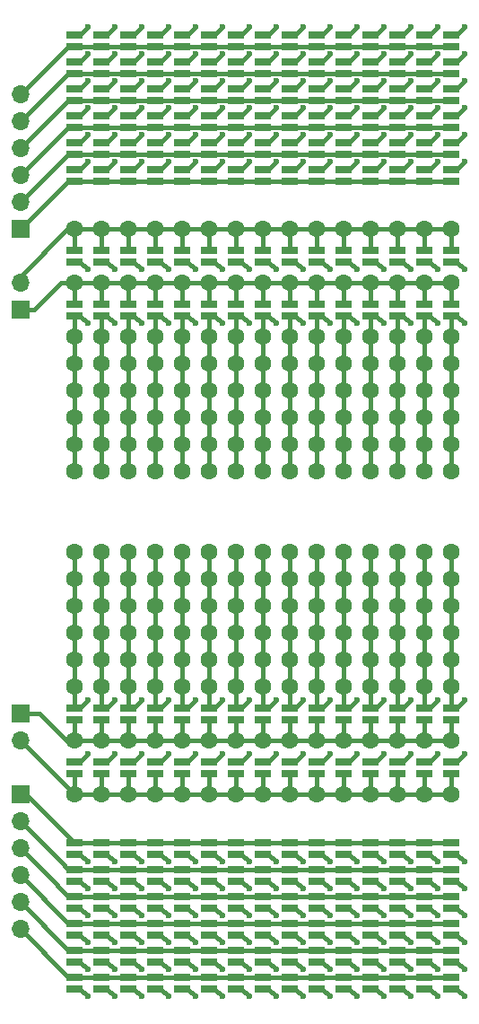
<source format=gbr>
G04 #@! TF.FileFunction,Copper,L1,Top,Signal*
%FSLAX45Y45*%
G04 Gerber Fmt 4.5, Leading zero omitted, Abs format (unit mm)*
G04 Created by KiCad (PCBNEW 4.0.2-stable) date 2017/02/23 16:32:30*
%MOMM*%
G01*
G04 APERTURE LIST*
%ADD10C,0.200000*%
%ADD11R,1.700000X1.700000*%
%ADD12O,1.700000X1.700000*%
%ADD13C,1.600000*%
%ADD14R,1.500000X0.800000*%
%ADD15C,0.600000*%
%ADD16C,0.400000*%
G04 APERTURE END LIST*
D10*
D11*
X10508000Y-7333000D03*
D12*
X10508000Y-7079000D03*
X10508000Y-6825000D03*
X10508000Y-6571000D03*
X10508000Y-6317000D03*
X10508000Y-6063000D03*
D11*
X10508000Y-8095000D03*
D12*
X10508000Y-7841000D03*
D11*
X10508000Y-11905000D03*
D12*
X10508000Y-12159000D03*
D11*
X10508000Y-12667000D03*
D12*
X10508000Y-12921000D03*
X10508000Y-13175000D03*
X10508000Y-13429000D03*
X10508000Y-13683000D03*
X10508000Y-13937000D03*
D13*
X11016000Y-9619000D03*
X11016000Y-9365000D03*
X11016000Y-9111000D03*
X11016000Y-8857000D03*
X11016000Y-8603000D03*
X11016000Y-8349000D03*
X11016000Y-11651000D03*
X11016000Y-11397000D03*
X11016000Y-11143000D03*
X11016000Y-10889000D03*
X11016000Y-10635000D03*
X11016000Y-10381000D03*
X11016000Y-7333000D03*
X11016000Y-7841000D03*
X11016000Y-12667000D03*
X11016000Y-12159000D03*
X11270000Y-9619000D03*
X11270000Y-9365000D03*
X11270000Y-9111000D03*
X11270000Y-8857000D03*
X11270000Y-8603000D03*
X11270000Y-8349000D03*
X11270000Y-11651000D03*
X11270000Y-11397000D03*
X11270000Y-11143000D03*
X11270000Y-10889000D03*
X11270000Y-10635000D03*
X11270000Y-10381000D03*
X11270000Y-7333000D03*
X11270000Y-7841000D03*
X11270000Y-12667000D03*
X11270000Y-12159000D03*
X11524000Y-9619000D03*
X11524000Y-9365000D03*
X11524000Y-9111000D03*
X11524000Y-8857000D03*
X11524000Y-8603000D03*
X11524000Y-8349000D03*
X11524000Y-11651000D03*
X11524000Y-11397000D03*
X11524000Y-11143000D03*
X11524000Y-10889000D03*
X11524000Y-10635000D03*
X11524000Y-10381000D03*
X11524000Y-7333000D03*
X11524000Y-7841000D03*
X11524000Y-12667000D03*
X11524000Y-12159000D03*
X11778000Y-9619000D03*
X11778000Y-9365000D03*
X11778000Y-9111000D03*
X11778000Y-8857000D03*
X11778000Y-8603000D03*
X11778000Y-8349000D03*
X11778000Y-11651000D03*
X11778000Y-11397000D03*
X11778000Y-11143000D03*
X11778000Y-10889000D03*
X11778000Y-10635000D03*
X11778000Y-10381000D03*
X11778000Y-7333000D03*
X11778000Y-7841000D03*
X11778000Y-12667000D03*
X11778000Y-12159000D03*
X12032000Y-9619000D03*
X12032000Y-9365000D03*
X12032000Y-9111000D03*
X12032000Y-8857000D03*
X12032000Y-8603000D03*
X12032000Y-8349000D03*
X12032000Y-11651000D03*
X12032000Y-11397000D03*
X12032000Y-11143000D03*
X12032000Y-10889000D03*
X12032000Y-10635000D03*
X12032000Y-10381000D03*
X12032000Y-7333000D03*
X12032000Y-7841000D03*
X12032000Y-12667000D03*
X12032000Y-12159000D03*
X12286000Y-9619000D03*
X12286000Y-9365000D03*
X12286000Y-9111000D03*
X12286000Y-8857000D03*
X12286000Y-8603000D03*
X12286000Y-8349000D03*
X12286000Y-11651000D03*
X12286000Y-11397000D03*
X12286000Y-11143000D03*
X12286000Y-10889000D03*
X12286000Y-10635000D03*
X12286000Y-10381000D03*
X12286000Y-7333000D03*
X12286000Y-7841000D03*
X12286000Y-12667000D03*
X12286000Y-12159000D03*
X12540000Y-9619000D03*
X12540000Y-9365000D03*
X12540000Y-9111000D03*
X12540000Y-8857000D03*
X12540000Y-8603000D03*
X12540000Y-8349000D03*
X12540000Y-11651000D03*
X12540000Y-11397000D03*
X12540000Y-11143000D03*
X12540000Y-10889000D03*
X12540000Y-10635000D03*
X12540000Y-10381000D03*
X12540000Y-7333000D03*
X12540000Y-7841000D03*
X12540000Y-12667000D03*
X12540000Y-12159000D03*
X12794000Y-9619000D03*
X12794000Y-9365000D03*
X12794000Y-9111000D03*
X12794000Y-8857000D03*
X12794000Y-8603000D03*
X12794000Y-8349000D03*
X12794000Y-11651000D03*
X12794000Y-11397000D03*
X12794000Y-11143000D03*
X12794000Y-10889000D03*
X12794000Y-10635000D03*
X12794000Y-10381000D03*
X12794000Y-7333000D03*
X12794000Y-7841000D03*
X12794000Y-12667000D03*
X12794000Y-12159000D03*
X13048000Y-9619000D03*
X13048000Y-9365000D03*
X13048000Y-9111000D03*
X13048000Y-8857000D03*
X13048000Y-8603000D03*
X13048000Y-8349000D03*
X13048000Y-11651000D03*
X13048000Y-11397000D03*
X13048000Y-11143000D03*
X13048000Y-10889000D03*
X13048000Y-10635000D03*
X13048000Y-10381000D03*
X13048000Y-7333000D03*
X13048000Y-7841000D03*
X13048000Y-12667000D03*
X13048000Y-12159000D03*
X13302000Y-9619000D03*
X13302000Y-9365000D03*
X13302000Y-9111000D03*
X13302000Y-8857000D03*
X13302000Y-8603000D03*
X13302000Y-8349000D03*
X13302000Y-11651000D03*
X13302000Y-11397000D03*
X13302000Y-11143000D03*
X13302000Y-10889000D03*
X13302000Y-10635000D03*
X13302000Y-10381000D03*
X13302000Y-7333000D03*
X13302000Y-7841000D03*
X13302000Y-12667000D03*
X13302000Y-12159000D03*
X13556000Y-9619000D03*
X13556000Y-9365000D03*
X13556000Y-9111000D03*
X13556000Y-8857000D03*
X13556000Y-8603000D03*
X13556000Y-8349000D03*
X13556000Y-11651000D03*
X13556000Y-11397000D03*
X13556000Y-11143000D03*
X13556000Y-10889000D03*
X13556000Y-10635000D03*
X13556000Y-10381000D03*
X13556000Y-7333000D03*
X13556000Y-7841000D03*
X13556000Y-12667000D03*
X13556000Y-12159000D03*
X13810000Y-9619000D03*
X13810000Y-9365000D03*
X13810000Y-9111000D03*
X13810000Y-8857000D03*
X13810000Y-8603000D03*
X13810000Y-8349000D03*
X13810000Y-11651000D03*
X13810000Y-11397000D03*
X13810000Y-11143000D03*
X13810000Y-10889000D03*
X13810000Y-10635000D03*
X13810000Y-10381000D03*
X13810000Y-7333000D03*
X13810000Y-7841000D03*
X13810000Y-12667000D03*
X13810000Y-12159000D03*
X14064000Y-9619000D03*
X14064000Y-9365000D03*
X14064000Y-9111000D03*
X14064000Y-8857000D03*
X14064000Y-8603000D03*
X14064000Y-8349000D03*
X14064000Y-11651000D03*
X14064000Y-11397000D03*
X14064000Y-11143000D03*
X14064000Y-10889000D03*
X14064000Y-10635000D03*
X14064000Y-10381000D03*
X14064000Y-7333000D03*
X14064000Y-7841000D03*
X14064000Y-12667000D03*
X14064000Y-12159000D03*
X14318000Y-9619000D03*
X14318000Y-9365000D03*
X14318000Y-9111000D03*
X14318000Y-8857000D03*
X14318000Y-8603000D03*
X14318000Y-8349000D03*
X14318000Y-11651000D03*
X14318000Y-11397000D03*
X14318000Y-11143000D03*
X14318000Y-10889000D03*
X14318000Y-10635000D03*
X14318000Y-10381000D03*
X14318000Y-7333000D03*
X14318000Y-7841000D03*
X14318000Y-12667000D03*
X14318000Y-12159000D03*
X14572000Y-9619000D03*
X14572000Y-9365000D03*
X14572000Y-9111000D03*
X14572000Y-8857000D03*
X14572000Y-8603000D03*
X14572000Y-8349000D03*
X14572000Y-11651000D03*
X14572000Y-11397000D03*
X14572000Y-11143000D03*
X14572000Y-10889000D03*
X14572000Y-10635000D03*
X14572000Y-10381000D03*
X14572000Y-7333000D03*
X14572000Y-7841000D03*
X14572000Y-12667000D03*
X14572000Y-12159000D03*
D14*
X13810000Y-5864000D03*
X13810000Y-5754000D03*
X11778000Y-5610000D03*
X11778000Y-5500000D03*
X11016000Y-5610000D03*
X11016000Y-5500000D03*
X11016000Y-5864000D03*
X11016000Y-5754000D03*
X11016000Y-6118000D03*
X11016000Y-6008000D03*
X11016000Y-6372000D03*
X11016000Y-6262000D03*
X11016000Y-6626000D03*
X11016000Y-6516000D03*
X11016000Y-6880000D03*
X11016000Y-6770000D03*
X11016000Y-7532000D03*
X11016000Y-7642000D03*
X11016000Y-8040000D03*
X11016000Y-8150000D03*
X11016000Y-11960000D03*
X11016000Y-11850000D03*
X11016000Y-12468000D03*
X11016000Y-12358000D03*
X11016000Y-13120000D03*
X11016000Y-13230000D03*
X11016000Y-13374000D03*
X11016000Y-13484000D03*
X11016000Y-13628000D03*
X11016000Y-13738000D03*
X11016000Y-13882000D03*
X11016000Y-13992000D03*
X11016000Y-14136000D03*
X11016000Y-14246000D03*
X11016000Y-14390000D03*
X11016000Y-14500000D03*
X11270000Y-5610000D03*
X11270000Y-5500000D03*
X11270000Y-5864000D03*
X11270000Y-5754000D03*
X11270000Y-6118000D03*
X11270000Y-6008000D03*
X11270000Y-6372000D03*
X11270000Y-6262000D03*
X11270000Y-6626000D03*
X11270000Y-6516000D03*
X11270000Y-6880000D03*
X11270000Y-6770000D03*
X11270000Y-7532000D03*
X11270000Y-7642000D03*
X11270000Y-8040000D03*
X11270000Y-8150000D03*
X11270000Y-11960000D03*
X11270000Y-11850000D03*
X11270000Y-12468000D03*
X11270000Y-12358000D03*
X11270000Y-13120000D03*
X11270000Y-13230000D03*
X11270000Y-13374000D03*
X11270000Y-13484000D03*
X11270000Y-13628000D03*
X11270000Y-13738000D03*
X11270000Y-13882000D03*
X11270000Y-13992000D03*
X11270000Y-14136000D03*
X11270000Y-14246000D03*
X11270000Y-14390000D03*
X11270000Y-14500000D03*
X11524000Y-5610000D03*
X11524000Y-5500000D03*
X11524000Y-5864000D03*
X11524000Y-5754000D03*
X11524000Y-6118000D03*
X11524000Y-6008000D03*
X11524000Y-6372000D03*
X11524000Y-6262000D03*
X11524000Y-6626000D03*
X11524000Y-6516000D03*
X11524000Y-6880000D03*
X11524000Y-6770000D03*
X11524000Y-7532000D03*
X11524000Y-7642000D03*
X11524000Y-8040000D03*
X11524000Y-8150000D03*
X11524000Y-11960000D03*
X11524000Y-11850000D03*
X11524000Y-12468000D03*
X11524000Y-12358000D03*
X11524000Y-13120000D03*
X11524000Y-13230000D03*
X11524000Y-13374000D03*
X11524000Y-13484000D03*
X11524000Y-13628000D03*
X11524000Y-13738000D03*
X11524000Y-13882000D03*
X11524000Y-13992000D03*
X11524000Y-14136000D03*
X11524000Y-14246000D03*
X11524000Y-14390000D03*
X11524000Y-14500000D03*
X11778000Y-5864000D03*
X11778000Y-5754000D03*
X11778000Y-6118000D03*
X11778000Y-6008000D03*
X11778000Y-6372000D03*
X11778000Y-6262000D03*
X11778000Y-6626000D03*
X11778000Y-6516000D03*
X11778000Y-6880000D03*
X11778000Y-6770000D03*
X11778000Y-7532000D03*
X11778000Y-7642000D03*
X11778000Y-8040000D03*
X11778000Y-8150000D03*
X11778000Y-11960000D03*
X11778000Y-11850000D03*
X11778000Y-12468000D03*
X11778000Y-12358000D03*
X11778000Y-13120000D03*
X11778000Y-13230000D03*
X11778000Y-13374000D03*
X11778000Y-13484000D03*
X11778000Y-13628000D03*
X11778000Y-13738000D03*
X11778000Y-13882000D03*
X11778000Y-13992000D03*
X11778000Y-14136000D03*
X11778000Y-14246000D03*
X11778000Y-14390000D03*
X11778000Y-14500000D03*
X12032000Y-5610000D03*
X12032000Y-5500000D03*
X12032000Y-5864000D03*
X12032000Y-5754000D03*
X12032000Y-6118000D03*
X12032000Y-6008000D03*
X12032000Y-6372000D03*
X12032000Y-6262000D03*
X12032000Y-6626000D03*
X12032000Y-6516000D03*
X12032000Y-6880000D03*
X12032000Y-6770000D03*
X12032000Y-7532000D03*
X12032000Y-7642000D03*
X12032000Y-8040000D03*
X12032000Y-8150000D03*
X12032000Y-11960000D03*
X12032000Y-11850000D03*
X12032000Y-12468000D03*
X12032000Y-12358000D03*
X12032000Y-13120000D03*
X12032000Y-13230000D03*
X12032000Y-13374000D03*
X12032000Y-13484000D03*
X12032000Y-13628000D03*
X12032000Y-13738000D03*
X12032000Y-13882000D03*
X12032000Y-13992000D03*
X12032000Y-14136000D03*
X12032000Y-14246000D03*
X12032000Y-14390000D03*
X12032000Y-14500000D03*
X12286000Y-5610000D03*
X12286000Y-5500000D03*
X12286000Y-5864000D03*
X12286000Y-5754000D03*
X12286000Y-6118000D03*
X12286000Y-6008000D03*
X12286000Y-6372000D03*
X12286000Y-6262000D03*
X12286000Y-6626000D03*
X12286000Y-6516000D03*
X12286000Y-6880000D03*
X12286000Y-6770000D03*
X12286000Y-7532000D03*
X12286000Y-7642000D03*
X12286000Y-8040000D03*
X12286000Y-8150000D03*
X12286000Y-11960000D03*
X12286000Y-11850000D03*
X12286000Y-12468000D03*
X12286000Y-12358000D03*
X12286000Y-13120000D03*
X12286000Y-13230000D03*
X12286000Y-13374000D03*
X12286000Y-13484000D03*
X12286000Y-13628000D03*
X12286000Y-13738000D03*
X12286000Y-13882000D03*
X12286000Y-13992000D03*
X12286000Y-14136000D03*
X12286000Y-14246000D03*
X12286000Y-14390000D03*
X12286000Y-14500000D03*
X12540000Y-5610000D03*
X12540000Y-5500000D03*
X12540000Y-5864000D03*
X12540000Y-5754000D03*
X12540000Y-6118000D03*
X12540000Y-6008000D03*
X12540000Y-6372000D03*
X12540000Y-6262000D03*
X12540000Y-6626000D03*
X12540000Y-6516000D03*
X12540000Y-6880000D03*
X12540000Y-6770000D03*
X12540000Y-7532000D03*
X12540000Y-7642000D03*
X12540000Y-8040000D03*
X12540000Y-8150000D03*
X12540000Y-11960000D03*
X12540000Y-11850000D03*
X12540000Y-12468000D03*
X12540000Y-12358000D03*
X12540000Y-13120000D03*
X12540000Y-13230000D03*
X12540000Y-13374000D03*
X12540000Y-13484000D03*
X12540000Y-13628000D03*
X12540000Y-13738000D03*
X12540000Y-13882000D03*
X12540000Y-13992000D03*
X12540000Y-14136000D03*
X12540000Y-14246000D03*
X12540000Y-14390000D03*
X12540000Y-14500000D03*
X12794000Y-5610000D03*
X12794000Y-5500000D03*
X12794000Y-5864000D03*
X12794000Y-5754000D03*
X12794000Y-6118000D03*
X12794000Y-6008000D03*
X12794000Y-6372000D03*
X12794000Y-6262000D03*
X12794000Y-6626000D03*
X12794000Y-6516000D03*
X12794000Y-6880000D03*
X12794000Y-6770000D03*
X12794000Y-7532000D03*
X12794000Y-7642000D03*
X12794000Y-8040000D03*
X12794000Y-8150000D03*
X12794000Y-11960000D03*
X12794000Y-11850000D03*
X12794000Y-12468000D03*
X12794000Y-12358000D03*
X12794000Y-13120000D03*
X12794000Y-13230000D03*
X12794000Y-13374000D03*
X12794000Y-13484000D03*
X12794000Y-13628000D03*
X12794000Y-13738000D03*
X12794000Y-13882000D03*
X12794000Y-13992000D03*
X12794000Y-14136000D03*
X12794000Y-14246000D03*
X12794000Y-14390000D03*
X12794000Y-14500000D03*
X13048000Y-5610000D03*
X13048000Y-5500000D03*
X13048000Y-5864000D03*
X13048000Y-5754000D03*
X13048000Y-6118000D03*
X13048000Y-6008000D03*
X13048000Y-6372000D03*
X13048000Y-6262000D03*
X13048000Y-6626000D03*
X13048000Y-6516000D03*
X13048000Y-6880000D03*
X13048000Y-6770000D03*
X13048000Y-7532000D03*
X13048000Y-7642000D03*
X13048000Y-8040000D03*
X13048000Y-8150000D03*
X13048000Y-11960000D03*
X13048000Y-11850000D03*
X13048000Y-12468000D03*
X13048000Y-12358000D03*
X13048000Y-13120000D03*
X13048000Y-13230000D03*
X13048000Y-13374000D03*
X13048000Y-13484000D03*
X13048000Y-13628000D03*
X13048000Y-13738000D03*
X13048000Y-13882000D03*
X13048000Y-13992000D03*
X13048000Y-14136000D03*
X13048000Y-14246000D03*
X13048000Y-14390000D03*
X13048000Y-14500000D03*
X13302000Y-5610000D03*
X13302000Y-5500000D03*
X13302000Y-5864000D03*
X13302000Y-5754000D03*
X13302000Y-6118000D03*
X13302000Y-6008000D03*
X13302000Y-6372000D03*
X13302000Y-6262000D03*
X13302000Y-6626000D03*
X13302000Y-6516000D03*
X13302000Y-6880000D03*
X13302000Y-6770000D03*
X13302000Y-7532000D03*
X13302000Y-7642000D03*
X13302000Y-8040000D03*
X13302000Y-8150000D03*
X13302000Y-11960000D03*
X13302000Y-11850000D03*
X13302000Y-12468000D03*
X13302000Y-12358000D03*
X13302000Y-13120000D03*
X13302000Y-13230000D03*
X13302000Y-13374000D03*
X13302000Y-13484000D03*
X13302000Y-13628000D03*
X13302000Y-13738000D03*
X13302000Y-13882000D03*
X13302000Y-13992000D03*
X13302000Y-14136000D03*
X13302000Y-14246000D03*
X13302000Y-14390000D03*
X13302000Y-14500000D03*
X13556000Y-5610000D03*
X13556000Y-5500000D03*
X13556000Y-5864000D03*
X13556000Y-5754000D03*
X13556000Y-6118000D03*
X13556000Y-6008000D03*
X13556000Y-6372000D03*
X13556000Y-6262000D03*
X13556000Y-6626000D03*
X13556000Y-6516000D03*
X13556000Y-6880000D03*
X13556000Y-6770000D03*
X13556000Y-7532000D03*
X13556000Y-7642000D03*
X13556000Y-8040000D03*
X13556000Y-8150000D03*
X13556000Y-11960000D03*
X13556000Y-11850000D03*
X13556000Y-12468000D03*
X13556000Y-12358000D03*
X13556000Y-13120000D03*
X13556000Y-13230000D03*
X13556000Y-13374000D03*
X13556000Y-13484000D03*
X13556000Y-13628000D03*
X13556000Y-13738000D03*
X13556000Y-13882000D03*
X13556000Y-13992000D03*
X13556000Y-14136000D03*
X13556000Y-14246000D03*
X13556000Y-14390000D03*
X13556000Y-14500000D03*
X13810000Y-5610000D03*
X13810000Y-5500000D03*
X13810000Y-6118000D03*
X13810000Y-6008000D03*
X13810000Y-6372000D03*
X13810000Y-6262000D03*
X13810000Y-6626000D03*
X13810000Y-6516000D03*
X13810000Y-6880000D03*
X13810000Y-6770000D03*
X13810000Y-7532000D03*
X13810000Y-7642000D03*
X13810000Y-8040000D03*
X13810000Y-8150000D03*
X13810000Y-11960000D03*
X13810000Y-11850000D03*
X13810000Y-12468000D03*
X13810000Y-12358000D03*
X13810000Y-13120000D03*
X13810000Y-13230000D03*
X13810000Y-13374000D03*
X13810000Y-13484000D03*
X13810000Y-13628000D03*
X13810000Y-13738000D03*
X13810000Y-13882000D03*
X13810000Y-13992000D03*
X13810000Y-14136000D03*
X13810000Y-14246000D03*
X13810000Y-14390000D03*
X13810000Y-14500000D03*
X14064000Y-5610000D03*
X14064000Y-5500000D03*
X14064000Y-5864000D03*
X14064000Y-5754000D03*
X14064000Y-6118000D03*
X14064000Y-6008000D03*
X14064000Y-6372000D03*
X14064000Y-6262000D03*
X14064000Y-6626000D03*
X14064000Y-6516000D03*
X14064000Y-6880000D03*
X14064000Y-6770000D03*
X14064000Y-7532000D03*
X14064000Y-7642000D03*
X14064000Y-8040000D03*
X14064000Y-8150000D03*
X14064000Y-11960000D03*
X14064000Y-11850000D03*
X14064000Y-12468000D03*
X14064000Y-12358000D03*
X14064000Y-13120000D03*
X14064000Y-13230000D03*
X14064000Y-13374000D03*
X14064000Y-13484000D03*
X14064000Y-13628000D03*
X14064000Y-13738000D03*
X14064000Y-13882000D03*
X14064000Y-13992000D03*
X14064000Y-14136000D03*
X14064000Y-14246000D03*
X14064000Y-14390000D03*
X14064000Y-14500000D03*
X14318000Y-5610000D03*
X14318000Y-5500000D03*
X14318000Y-5864000D03*
X14318000Y-5754000D03*
X14318000Y-6118000D03*
X14318000Y-6008000D03*
X14318000Y-6372000D03*
X14318000Y-6262000D03*
X14318000Y-6626000D03*
X14318000Y-6516000D03*
X14318000Y-6880000D03*
X14318000Y-6770000D03*
X14318000Y-7532000D03*
X14318000Y-7642000D03*
X14318000Y-8040000D03*
X14318000Y-8150000D03*
X14318000Y-11960000D03*
X14318000Y-11850000D03*
X14318000Y-12468000D03*
X14318000Y-12358000D03*
X14318000Y-13120000D03*
X14318000Y-13230000D03*
X14318000Y-13374000D03*
X14318000Y-13484000D03*
X14318000Y-13628000D03*
X14318000Y-13738000D03*
X14318000Y-13882000D03*
X14318000Y-13992000D03*
X14318000Y-14136000D03*
X14318000Y-14246000D03*
X14318000Y-14390000D03*
X14318000Y-14500000D03*
X14572000Y-5610000D03*
X14572000Y-5500000D03*
X14572000Y-5864000D03*
X14572000Y-5754000D03*
X14572000Y-6118000D03*
X14572000Y-6008000D03*
X14572000Y-6372000D03*
X14572000Y-6262000D03*
X14572000Y-6626000D03*
X14572000Y-6516000D03*
X14572000Y-6880000D03*
X14572000Y-6770000D03*
X14572000Y-7532000D03*
X14572000Y-7642000D03*
X14572000Y-8040000D03*
X14572000Y-8150000D03*
X14572000Y-11960000D03*
X14572000Y-11850000D03*
X14572000Y-12468000D03*
X14572000Y-12358000D03*
X14572000Y-13120000D03*
X14572000Y-13230000D03*
X14572000Y-13374000D03*
X14572000Y-13484000D03*
X14572000Y-13628000D03*
X14572000Y-13738000D03*
X14572000Y-13882000D03*
X14572000Y-13992000D03*
X14572000Y-14136000D03*
X14572000Y-14246000D03*
X14572000Y-14390000D03*
X14572000Y-14500000D03*
D15*
X11143000Y-5428000D03*
X11143000Y-5682000D03*
X11143000Y-5936000D03*
X11143000Y-6190000D03*
X11143000Y-6444000D03*
X11143000Y-6698000D03*
X11143000Y-7714000D03*
X11143000Y-8222000D03*
X11143000Y-13556000D03*
X11143000Y-13810000D03*
X11143000Y-14318000D03*
X11143000Y-14572000D03*
X11143000Y-13302000D03*
X11143000Y-12286000D03*
X11143000Y-11778000D03*
X11143000Y-14064000D03*
X11397000Y-8222000D03*
X11397000Y-7714000D03*
X11397000Y-6698000D03*
X11397000Y-6444000D03*
X11397000Y-6190000D03*
X11397000Y-5936000D03*
X11397000Y-5682000D03*
X11397000Y-5428000D03*
X11397000Y-11778000D03*
X11397000Y-12286000D03*
X11397000Y-13302000D03*
X11397000Y-14572000D03*
X11397000Y-14318000D03*
X11397000Y-14064000D03*
X11397000Y-13810000D03*
X11397000Y-13556000D03*
X11651000Y-8222000D03*
X11651000Y-7714000D03*
X11651000Y-6698000D03*
X11651000Y-6444000D03*
X11651000Y-6190000D03*
X11651000Y-5936000D03*
X11651000Y-5682000D03*
X11651000Y-5428000D03*
X11651000Y-11778000D03*
X11651000Y-12286000D03*
X11651000Y-13302000D03*
X11651000Y-14572000D03*
X11651000Y-14318000D03*
X11651000Y-14064000D03*
X11651000Y-13810000D03*
X11651000Y-13556000D03*
X11905000Y-5428000D03*
X11905000Y-5682000D03*
X11905000Y-5936000D03*
X11905000Y-6190000D03*
X11905000Y-6444000D03*
X11905000Y-6698000D03*
X11905000Y-7714000D03*
X11905000Y-8222000D03*
X11905000Y-14318000D03*
X11905000Y-14572000D03*
X11905000Y-13302000D03*
X11905000Y-12286000D03*
X11905000Y-11778000D03*
X11905000Y-13556000D03*
X11905000Y-13810000D03*
X11905000Y-14064000D03*
X12159000Y-8222000D03*
X12159000Y-7714000D03*
X12159000Y-6698000D03*
X12159000Y-6444000D03*
X12159000Y-6190000D03*
X12159000Y-5936000D03*
X12159000Y-5682000D03*
X12159000Y-5428000D03*
X12159000Y-11778000D03*
X12159000Y-12286000D03*
X12159000Y-13302000D03*
X12159000Y-14572000D03*
X12159000Y-14318000D03*
X12159000Y-14064000D03*
X12159000Y-13810000D03*
X12159000Y-13556000D03*
X12413000Y-5428000D03*
X12413000Y-5682000D03*
X12413000Y-5936000D03*
X12413000Y-6190000D03*
X12413000Y-6444000D03*
X12413000Y-6698000D03*
X12413000Y-7714000D03*
X12413000Y-8222000D03*
X12413000Y-13556000D03*
X12413000Y-13810000D03*
X12413000Y-14064000D03*
X12413000Y-14318000D03*
X12413000Y-14572000D03*
X12413000Y-13302000D03*
X12413000Y-12286000D03*
X12413000Y-11778000D03*
X12667000Y-5428000D03*
X12667000Y-5682000D03*
X12667000Y-5936000D03*
X12667000Y-6190000D03*
X12667000Y-6444000D03*
X12667000Y-6698000D03*
X12667000Y-7714000D03*
X12667000Y-8222000D03*
X12667000Y-14318000D03*
X12667000Y-14572000D03*
X12667000Y-13302000D03*
X12667000Y-12286000D03*
X12667000Y-11778000D03*
X12667000Y-13556000D03*
X12667000Y-13810000D03*
X12667000Y-14064000D03*
X12921000Y-8222000D03*
X12921000Y-7714000D03*
X12921000Y-6698000D03*
X12921000Y-6444000D03*
X12921000Y-6190000D03*
X12921000Y-5936000D03*
X12921000Y-5682000D03*
X12921000Y-5428000D03*
X12921000Y-11778000D03*
X12921000Y-12286000D03*
X12921000Y-13302000D03*
X12921000Y-14572000D03*
X12921000Y-14318000D03*
X12921000Y-14064000D03*
X12921000Y-13810000D03*
X12921000Y-13556000D03*
X13175000Y-5428000D03*
X13175000Y-5682000D03*
X13175000Y-5936000D03*
X13175000Y-6190000D03*
X13175000Y-6444000D03*
X13175000Y-6698000D03*
X13175000Y-7714000D03*
X13175000Y-8222000D03*
X13175000Y-13556000D03*
X13175000Y-13810000D03*
X13175000Y-14064000D03*
X13175000Y-14318000D03*
X13175000Y-14572000D03*
X13175000Y-13302000D03*
X13175000Y-12286000D03*
X13175000Y-11778000D03*
X13429000Y-5428000D03*
X13429000Y-5682000D03*
X13429000Y-5936000D03*
X13429000Y-6190000D03*
X13429000Y-6444000D03*
X13429000Y-6698000D03*
X13429000Y-7714000D03*
X13429000Y-8222000D03*
X13429000Y-13556000D03*
X13429000Y-13810000D03*
X13429000Y-14064000D03*
X13429000Y-14318000D03*
X13429000Y-14572000D03*
X13429000Y-13302000D03*
X13429000Y-12286000D03*
X13429000Y-11778000D03*
X13683000Y-8222000D03*
X13683000Y-7714000D03*
X13683000Y-6698000D03*
X13683000Y-6444000D03*
X13683000Y-6190000D03*
X13683000Y-5936000D03*
X13683000Y-5682000D03*
X13683000Y-5428000D03*
X13683000Y-11778000D03*
X13683000Y-12286000D03*
X13683000Y-13302000D03*
X13683000Y-14572000D03*
X13683000Y-14318000D03*
X13683000Y-14064000D03*
X13683000Y-13810000D03*
X13683000Y-13556000D03*
X13937000Y-5428000D03*
X13937000Y-5682000D03*
X13937000Y-5936000D03*
X13937000Y-6190000D03*
X13937000Y-6444000D03*
X13937000Y-6698000D03*
X13937000Y-7714000D03*
X13937000Y-8222000D03*
X13937000Y-13556000D03*
X13937000Y-13810000D03*
X13937000Y-14064000D03*
X13937000Y-14318000D03*
X13937000Y-14572000D03*
X13937000Y-13302000D03*
X13937000Y-12286000D03*
X13937000Y-11778000D03*
X14191000Y-8222000D03*
X14191000Y-7714000D03*
X14191000Y-6698000D03*
X14191000Y-6444000D03*
X14191000Y-6190000D03*
X14191000Y-5936000D03*
X14191000Y-5682000D03*
X14191000Y-5428000D03*
X14191000Y-11778000D03*
X14191000Y-12286000D03*
X14191000Y-13302000D03*
X14191000Y-14572000D03*
X14191000Y-14318000D03*
X14191000Y-14064000D03*
X14191000Y-13810000D03*
X14191000Y-13556000D03*
X14445000Y-8222000D03*
X14445000Y-7714000D03*
X14445000Y-6698000D03*
X14445000Y-6444000D03*
X14445000Y-6190000D03*
X14445000Y-5936000D03*
X14445000Y-5682000D03*
X14445000Y-5428000D03*
X14445000Y-11778000D03*
X14445000Y-12286000D03*
X14445000Y-13302000D03*
X14445000Y-14572000D03*
X14445000Y-14318000D03*
X14445000Y-14064000D03*
X14445000Y-13810000D03*
X14445000Y-13556000D03*
X14699000Y-5428000D03*
X14699000Y-5682000D03*
X14699000Y-5936000D03*
X14699000Y-6190000D03*
X14699000Y-6444000D03*
X14699000Y-6698000D03*
X14699000Y-7714000D03*
X14699000Y-8222000D03*
X14699000Y-13556000D03*
X14699000Y-13810000D03*
X14699000Y-14064000D03*
X14699000Y-14318000D03*
X14699000Y-14572000D03*
X14699000Y-13302000D03*
X14699000Y-12286000D03*
X14699000Y-11778000D03*
D16*
X11016000Y-7841000D02*
X14572000Y-7841000D01*
X14572000Y-8040000D02*
X14572000Y-7841000D01*
X10508000Y-8095000D02*
X10635000Y-8095000D01*
X10889000Y-7841000D02*
X11016000Y-7841000D01*
X10635000Y-8095000D02*
X10889000Y-7841000D01*
X13048000Y-8040000D02*
X13048000Y-7841000D01*
X13556000Y-8040000D02*
X13556000Y-7841000D01*
X13302000Y-8040000D02*
X13302000Y-7841000D01*
X14318000Y-8040000D02*
X14318000Y-7841000D01*
X14064000Y-8040000D02*
X14064000Y-7841000D01*
X13810000Y-8040000D02*
X13810000Y-7841000D01*
X12032000Y-8040000D02*
X12032000Y-7841000D01*
X12286000Y-8040000D02*
X12286000Y-7841000D01*
X12794000Y-8040000D02*
X12794000Y-7841000D01*
X12540000Y-8040000D02*
X12540000Y-7841000D01*
X11524000Y-8040000D02*
X11524000Y-7841000D01*
X11778000Y-8040000D02*
X11778000Y-7841000D01*
X11270000Y-8040000D02*
X11270000Y-7841000D01*
X11016000Y-8040000D02*
X11016000Y-7841000D01*
X12794000Y-12159000D02*
X13048000Y-12159000D01*
X13048000Y-12159000D02*
X12971800Y-12159000D01*
X13048000Y-12159000D02*
X13302000Y-12159000D01*
X13048000Y-11960000D02*
X13048000Y-12159000D01*
X13556000Y-11960000D02*
X13556000Y-12159000D01*
X13556000Y-12159000D02*
X13810000Y-12159000D01*
X13556000Y-12159000D02*
X13479800Y-12159000D01*
X13302000Y-12159000D02*
X13225800Y-12159000D01*
X13302000Y-12159000D02*
X13556000Y-12159000D01*
X13302000Y-11960000D02*
X13302000Y-12159000D01*
X14318000Y-11960000D02*
X14318000Y-12159000D01*
X14318000Y-12159000D02*
X14572000Y-12159000D01*
X14318000Y-12159000D02*
X14241800Y-12159000D01*
X14572000Y-12159000D02*
X14495800Y-12159000D01*
X14572000Y-11960000D02*
X14572000Y-12159000D01*
X14064000Y-11960000D02*
X14064000Y-12159000D01*
X14064000Y-12159000D02*
X14318000Y-12159000D01*
X14064000Y-12159000D02*
X13987800Y-12159000D01*
X13810000Y-12159000D02*
X13733800Y-12159000D01*
X13810000Y-12159000D02*
X14064000Y-12159000D01*
X13810000Y-11960000D02*
X13810000Y-12159000D01*
X12032000Y-11960000D02*
X12032000Y-12159000D01*
X12032000Y-12159000D02*
X12286000Y-12159000D01*
X12032000Y-12159000D02*
X11955800Y-12159000D01*
X12286000Y-12159000D02*
X12209800Y-12159000D01*
X12286000Y-12159000D02*
X12540000Y-12159000D01*
X12286000Y-11960000D02*
X12286000Y-12159000D01*
X12794000Y-11960000D02*
X12794000Y-12159000D01*
X12794000Y-12159000D02*
X13048000Y-12159000D01*
X12794000Y-12159000D02*
X12717800Y-12159000D01*
X12540000Y-12159000D02*
X12463800Y-12159000D01*
X12540000Y-12159000D02*
X12794000Y-12159000D01*
X12540000Y-11960000D02*
X12540000Y-12159000D01*
X11524000Y-11960000D02*
X11524000Y-12159000D01*
X11524000Y-12159000D02*
X11778000Y-12159000D01*
X11524000Y-12159000D02*
X11447800Y-12159000D01*
X11778000Y-12159000D02*
X11701800Y-12159000D01*
X11778000Y-12159000D02*
X12032000Y-12159000D01*
X11778000Y-11960000D02*
X11778000Y-12159000D01*
X11270000Y-11960000D02*
X11270000Y-12159000D01*
X11270000Y-12159000D02*
X11524000Y-12159000D01*
X11270000Y-12159000D02*
X11193800Y-12159000D01*
X11016000Y-12159000D02*
X10939800Y-12159000D01*
X10939800Y-12159000D02*
X10685800Y-11905000D01*
X10685800Y-11905000D02*
X10508000Y-11905000D01*
X11016000Y-12159000D02*
X11270000Y-12159000D01*
X11016000Y-11960000D02*
X11016000Y-12159000D01*
X14572000Y-5610000D02*
X14318000Y-5610000D01*
X10508000Y-6063000D02*
X10952500Y-5618500D01*
X10952500Y-5618500D02*
X11007500Y-5618500D01*
X11007500Y-5618500D02*
X11016000Y-5610000D01*
X13048000Y-5610000D02*
X12794000Y-5610000D01*
X13302000Y-5610000D02*
X13048000Y-5610000D01*
X13810000Y-5610000D02*
X13556000Y-5610000D01*
X13556000Y-5610000D02*
X13302000Y-5610000D01*
X14318000Y-5610000D02*
X14064000Y-5610000D01*
X14064000Y-5610000D02*
X13810000Y-5610000D01*
X12286000Y-5610000D02*
X12032000Y-5610000D01*
X12540000Y-5610000D02*
X12286000Y-5610000D01*
X13048000Y-5610000D02*
X12794000Y-5610000D01*
X12794000Y-5610000D02*
X12540000Y-5610000D01*
X11778000Y-5610000D02*
X11524000Y-5610000D01*
X12032000Y-5610000D02*
X11778000Y-5610000D01*
X11524000Y-5610000D02*
X11270000Y-5610000D01*
X11270000Y-5610000D02*
X11016000Y-5610000D01*
X11016000Y-5500000D02*
X11071000Y-5500000D01*
X11071000Y-5500000D02*
X11143000Y-5428000D01*
X11143000Y-5682000D02*
X11071000Y-5754000D01*
X11071000Y-5754000D02*
X11016000Y-5754000D01*
X11016000Y-6008000D02*
X11071000Y-6008000D01*
X11071000Y-6008000D02*
X11143000Y-5936000D01*
X11143000Y-6190000D02*
X11071000Y-6262000D01*
X11071000Y-6262000D02*
X11016000Y-6262000D01*
X11016000Y-6516000D02*
X11071000Y-6516000D01*
X11071000Y-6516000D02*
X11143000Y-6444000D01*
X11143000Y-6698000D02*
X11071000Y-6770000D01*
X11071000Y-6770000D02*
X11016000Y-6770000D01*
X11016000Y-8150000D02*
X11071000Y-8150000D01*
X11071000Y-8150000D02*
X11143000Y-8222000D01*
X11143000Y-7714000D02*
X11071000Y-7642000D01*
X11071000Y-7642000D02*
X11016000Y-7642000D01*
X11016000Y-8349000D02*
X11016000Y-8150000D01*
X11016000Y-8603000D02*
X11016000Y-8349000D01*
X11016000Y-8857000D02*
X11016000Y-8603000D01*
X11016000Y-9111000D02*
X11016000Y-8857000D01*
X11016000Y-9365000D02*
X11016000Y-9111000D01*
X11016000Y-9619000D02*
X11016000Y-9365000D01*
X14318000Y-6118000D02*
X14572000Y-6118000D01*
X11016000Y-6118000D02*
X10961000Y-6118000D01*
X10961000Y-6118000D02*
X10508000Y-6571000D01*
X12794000Y-6118000D02*
X13048000Y-6118000D01*
X13048000Y-6118000D02*
X13302000Y-6118000D01*
X13556000Y-6118000D02*
X13810000Y-6118000D01*
X13302000Y-6118000D02*
X13556000Y-6118000D01*
X14064000Y-6118000D02*
X14318000Y-6118000D01*
X13810000Y-6118000D02*
X14064000Y-6118000D01*
X12032000Y-6118000D02*
X12286000Y-6118000D01*
X12286000Y-6118000D02*
X12540000Y-6118000D01*
X12794000Y-6118000D02*
X13048000Y-6118000D01*
X12540000Y-6118000D02*
X12794000Y-6118000D01*
X11524000Y-6118000D02*
X11778000Y-6118000D01*
X11778000Y-6118000D02*
X12032000Y-6118000D01*
X11270000Y-6118000D02*
X11524000Y-6118000D01*
X11016000Y-6118000D02*
X11270000Y-6118000D01*
X14318000Y-6372000D02*
X14572000Y-6372000D01*
X11016000Y-6372000D02*
X10961000Y-6372000D01*
X10961000Y-6372000D02*
X10508000Y-6825000D01*
X12794000Y-6372000D02*
X13048000Y-6372000D01*
X13048000Y-6372000D02*
X13302000Y-6372000D01*
X13556000Y-6372000D02*
X13810000Y-6372000D01*
X13302000Y-6372000D02*
X13556000Y-6372000D01*
X14064000Y-6372000D02*
X14318000Y-6372000D01*
X13810000Y-6372000D02*
X14064000Y-6372000D01*
X12032000Y-6372000D02*
X12286000Y-6372000D01*
X12286000Y-6372000D02*
X12540000Y-6372000D01*
X12794000Y-6372000D02*
X13048000Y-6372000D01*
X12540000Y-6372000D02*
X12794000Y-6372000D01*
X11524000Y-6372000D02*
X11778000Y-6372000D01*
X11778000Y-6372000D02*
X12032000Y-6372000D01*
X11270000Y-6372000D02*
X11524000Y-6372000D01*
X11016000Y-6372000D02*
X11270000Y-6372000D01*
X14318000Y-6626000D02*
X14572000Y-6626000D01*
X11016000Y-6626000D02*
X10961000Y-6626000D01*
X10961000Y-6626000D02*
X10508000Y-7079000D01*
X12794000Y-6626000D02*
X13048000Y-6626000D01*
X13048000Y-6626000D02*
X13302000Y-6626000D01*
X13556000Y-6626000D02*
X13810000Y-6626000D01*
X13302000Y-6626000D02*
X13556000Y-6626000D01*
X14064000Y-6626000D02*
X14318000Y-6626000D01*
X13810000Y-6626000D02*
X14064000Y-6626000D01*
X12032000Y-6626000D02*
X12286000Y-6626000D01*
X12286000Y-6626000D02*
X12540000Y-6626000D01*
X12794000Y-6626000D02*
X13048000Y-6626000D01*
X12540000Y-6626000D02*
X12794000Y-6626000D01*
X11524000Y-6626000D02*
X11778000Y-6626000D01*
X11778000Y-6626000D02*
X12032000Y-6626000D01*
X11270000Y-6626000D02*
X11524000Y-6626000D01*
X11016000Y-6626000D02*
X11270000Y-6626000D01*
X14318000Y-6880000D02*
X14572000Y-6880000D01*
X11016000Y-6880000D02*
X10961000Y-6880000D01*
X10961000Y-6880000D02*
X10508000Y-7333000D01*
X12794000Y-6880000D02*
X13048000Y-6880000D01*
X13048000Y-6880000D02*
X13302000Y-6880000D01*
X13556000Y-6880000D02*
X13810000Y-6880000D01*
X13302000Y-6880000D02*
X13556000Y-6880000D01*
X14064000Y-6880000D02*
X14318000Y-6880000D01*
X13810000Y-6880000D02*
X14064000Y-6880000D01*
X12032000Y-6880000D02*
X12286000Y-6880000D01*
X12286000Y-6880000D02*
X12540000Y-6880000D01*
X12794000Y-6880000D02*
X13048000Y-6880000D01*
X12540000Y-6880000D02*
X12794000Y-6880000D01*
X11524000Y-6880000D02*
X11778000Y-6880000D01*
X11778000Y-6880000D02*
X12032000Y-6880000D01*
X11270000Y-6880000D02*
X11524000Y-6880000D01*
X11016000Y-6880000D02*
X11270000Y-6880000D01*
X14572000Y-7333000D02*
X11016000Y-7333000D01*
X14572000Y-7532000D02*
X14572000Y-7333000D01*
X11016000Y-7333000D02*
X10952500Y-7333000D01*
X10952500Y-7333000D02*
X10508000Y-7777500D01*
X10508000Y-7777500D02*
X10508000Y-7841000D01*
X13048000Y-7532000D02*
X13048000Y-7333000D01*
X13556000Y-7532000D02*
X13556000Y-7333000D01*
X13302000Y-7532000D02*
X13302000Y-7333000D01*
X14318000Y-7532000D02*
X14318000Y-7333000D01*
X14064000Y-7532000D02*
X14064000Y-7333000D01*
X13810000Y-7532000D02*
X13810000Y-7333000D01*
X12032000Y-7532000D02*
X12032000Y-7333000D01*
X12286000Y-7532000D02*
X12286000Y-7333000D01*
X12794000Y-7532000D02*
X12794000Y-7333000D01*
X12540000Y-7532000D02*
X12540000Y-7333000D01*
X11524000Y-7532000D02*
X11524000Y-7333000D01*
X11778000Y-7532000D02*
X11778000Y-7333000D01*
X11270000Y-7532000D02*
X11270000Y-7333000D01*
X11016000Y-7532000D02*
X11016000Y-7333000D01*
X12794000Y-12667000D02*
X13048000Y-12667000D01*
X13048000Y-12667000D02*
X13302000Y-12667000D01*
X13048000Y-12667000D02*
X13048000Y-12468000D01*
X13556000Y-12667000D02*
X13556000Y-12468000D01*
X13556000Y-12667000D02*
X13810000Y-12667000D01*
X13302000Y-12667000D02*
X13556000Y-12667000D01*
X13302000Y-12667000D02*
X13302000Y-12468000D01*
X14318000Y-12667000D02*
X14318000Y-12468000D01*
X14318000Y-12667000D02*
X14572000Y-12667000D01*
X14572000Y-12667000D02*
X14572000Y-12468000D01*
X14064000Y-12667000D02*
X14064000Y-12468000D01*
X14064000Y-12667000D02*
X14318000Y-12667000D01*
X13810000Y-12667000D02*
X14064000Y-12667000D01*
X13810000Y-12667000D02*
X13810000Y-12468000D01*
X12032000Y-12667000D02*
X12032000Y-12468000D01*
X12032000Y-12667000D02*
X12286000Y-12667000D01*
X12286000Y-12667000D02*
X12540000Y-12667000D01*
X12286000Y-12667000D02*
X12286000Y-12468000D01*
X12794000Y-12667000D02*
X12794000Y-12468000D01*
X12794000Y-12667000D02*
X13048000Y-12667000D01*
X12540000Y-12667000D02*
X12794000Y-12667000D01*
X12540000Y-12667000D02*
X12540000Y-12468000D01*
X11524000Y-12667000D02*
X11524000Y-12468000D01*
X11524000Y-12667000D02*
X11778000Y-12667000D01*
X11778000Y-12667000D02*
X12032000Y-12667000D01*
X11778000Y-12667000D02*
X11778000Y-12468000D01*
X11270000Y-12667000D02*
X11270000Y-12468000D01*
X11270000Y-12667000D02*
X11524000Y-12667000D01*
X11016000Y-12667000D02*
X10508000Y-12159000D01*
X11016000Y-12667000D02*
X11270000Y-12667000D01*
X11016000Y-12667000D02*
X11016000Y-12468000D01*
X11016000Y-13484000D02*
X11071000Y-13484000D01*
X11071000Y-13484000D02*
X11143000Y-13556000D01*
X11143000Y-13810000D02*
X11071000Y-13738000D01*
X11071000Y-13738000D02*
X11016000Y-13738000D01*
X11016000Y-14246000D02*
X11071000Y-14246000D01*
X11071000Y-14246000D02*
X11143000Y-14318000D01*
X11143000Y-14572000D02*
X11071000Y-14500000D01*
X11071000Y-14500000D02*
X11016000Y-14500000D01*
X11143000Y-13302000D02*
X11071000Y-13230000D01*
X11071000Y-13230000D02*
X11016000Y-13230000D01*
X11016000Y-11850000D02*
X11071000Y-11850000D01*
X11071000Y-11850000D02*
X11143000Y-11778000D01*
X11143000Y-12286000D02*
X11071000Y-12358000D01*
X11071000Y-12358000D02*
X11016000Y-12358000D01*
X11016000Y-11651000D02*
X11016000Y-11850000D01*
X11016000Y-11397000D02*
X11016000Y-11651000D01*
X11016000Y-11143000D02*
X11016000Y-11397000D01*
X11016000Y-10889000D02*
X11016000Y-11143000D01*
X11016000Y-10635000D02*
X11016000Y-10889000D01*
X11016000Y-10381000D02*
X11016000Y-10635000D01*
X11016000Y-13992000D02*
X11071000Y-13992000D01*
X11071000Y-13992000D02*
X11143000Y-14064000D01*
X11524000Y-13120000D02*
X11778000Y-13120000D01*
X12794000Y-13120000D02*
X13048000Y-13120000D01*
X13048000Y-13120000D02*
X13302000Y-13120000D01*
X13048000Y-13120000D02*
X13048000Y-13124200D01*
X13556000Y-13120000D02*
X13556000Y-13124200D01*
X13556000Y-13120000D02*
X13810000Y-13120000D01*
X13302000Y-13120000D02*
X13556000Y-13120000D01*
X13302000Y-13120000D02*
X13302000Y-13124200D01*
X14318000Y-13120000D02*
X14318000Y-13124200D01*
X14318000Y-13120000D02*
X14572000Y-13120000D01*
X14572000Y-13120000D02*
X14572000Y-13124200D01*
X14064000Y-13120000D02*
X14064000Y-13124200D01*
X14064000Y-13120000D02*
X14318000Y-13120000D01*
X13810000Y-13120000D02*
X14064000Y-13120000D01*
X13810000Y-13120000D02*
X13810000Y-13124200D01*
X12032000Y-13120000D02*
X12032000Y-13124200D01*
X12032000Y-13120000D02*
X12286000Y-13120000D01*
X12286000Y-13120000D02*
X12540000Y-13120000D01*
X12286000Y-13120000D02*
X12286000Y-13124200D01*
X12794000Y-13120000D02*
X12794000Y-13124200D01*
X12794000Y-13120000D02*
X13048000Y-13120000D01*
X12540000Y-13120000D02*
X12794000Y-13120000D01*
X12540000Y-13120000D02*
X12540000Y-13124200D01*
X11778000Y-13120000D02*
X12032000Y-13120000D01*
X11778000Y-13120000D02*
X11778000Y-13124200D01*
X11270000Y-13120000D02*
X11524000Y-13120000D01*
X11016000Y-13120000D02*
X11270000Y-13120000D01*
X11016000Y-13120000D02*
X11016000Y-13124200D01*
X10558800Y-12667000D02*
X10508000Y-12667000D01*
X11016000Y-13124200D02*
X10558800Y-12667000D01*
X12794000Y-13374000D02*
X13048000Y-13374000D01*
X13048000Y-13374000D02*
X13302000Y-13374000D01*
X13048000Y-13374000D02*
X12993000Y-13374000D01*
X13556000Y-13374000D02*
X13501000Y-13374000D01*
X13556000Y-13374000D02*
X13810000Y-13374000D01*
X13302000Y-13374000D02*
X13556000Y-13374000D01*
X13302000Y-13374000D02*
X13247000Y-13374000D01*
X14318000Y-13374000D02*
X14263000Y-13374000D01*
X14318000Y-13374000D02*
X14572000Y-13374000D01*
X14572000Y-13374000D02*
X14517000Y-13374000D01*
X14064000Y-13374000D02*
X14009000Y-13374000D01*
X14064000Y-13374000D02*
X14318000Y-13374000D01*
X13810000Y-13374000D02*
X14064000Y-13374000D01*
X13810000Y-13374000D02*
X13755000Y-13374000D01*
X12032000Y-13374000D02*
X11977000Y-13374000D01*
X12032000Y-13374000D02*
X12286000Y-13374000D01*
X12286000Y-13374000D02*
X12540000Y-13374000D01*
X12286000Y-13374000D02*
X12231000Y-13374000D01*
X12794000Y-13374000D02*
X12739000Y-13374000D01*
X12794000Y-13374000D02*
X13048000Y-13374000D01*
X12540000Y-13374000D02*
X12794000Y-13374000D01*
X12540000Y-13374000D02*
X12485000Y-13374000D01*
X11524000Y-13374000D02*
X11469000Y-13374000D01*
X11524000Y-13374000D02*
X11778000Y-13374000D01*
X11778000Y-13374000D02*
X12032000Y-13374000D01*
X11778000Y-13374000D02*
X11723000Y-13374000D01*
X11270000Y-13374000D02*
X11215000Y-13374000D01*
X11270000Y-13374000D02*
X11524000Y-13374000D01*
X11016000Y-13374000D02*
X11270000Y-13374000D01*
X11016000Y-13374000D02*
X10961000Y-13374000D01*
X10961000Y-13374000D02*
X10889000Y-13302000D01*
X10889000Y-13302000D02*
X10889000Y-13302000D01*
X10889000Y-13302000D02*
X10508000Y-12921000D01*
X10508000Y-12921000D02*
X10508000Y-12921000D01*
X12794000Y-13628000D02*
X13048000Y-13628000D01*
X13048000Y-13628000D02*
X13302000Y-13628000D01*
X13048000Y-13628000D02*
X12993000Y-13628000D01*
X13556000Y-13628000D02*
X13501000Y-13628000D01*
X13556000Y-13628000D02*
X13810000Y-13628000D01*
X13302000Y-13628000D02*
X13556000Y-13628000D01*
X13302000Y-13628000D02*
X13247000Y-13628000D01*
X14318000Y-13628000D02*
X14263000Y-13628000D01*
X14318000Y-13628000D02*
X14572000Y-13628000D01*
X14572000Y-13628000D02*
X14517000Y-13628000D01*
X14064000Y-13628000D02*
X14009000Y-13628000D01*
X14064000Y-13628000D02*
X14318000Y-13628000D01*
X13810000Y-13628000D02*
X14064000Y-13628000D01*
X13810000Y-13628000D02*
X13755000Y-13628000D01*
X12032000Y-13628000D02*
X11977000Y-13628000D01*
X12032000Y-13628000D02*
X12286000Y-13628000D01*
X12286000Y-13628000D02*
X12540000Y-13628000D01*
X12286000Y-13628000D02*
X12231000Y-13628000D01*
X12794000Y-13628000D02*
X12739000Y-13628000D01*
X12794000Y-13628000D02*
X13048000Y-13628000D01*
X12540000Y-13628000D02*
X12794000Y-13628000D01*
X12540000Y-13628000D02*
X12485000Y-13628000D01*
X11524000Y-13628000D02*
X11469000Y-13628000D01*
X11524000Y-13628000D02*
X11778000Y-13628000D01*
X11778000Y-13628000D02*
X12032000Y-13628000D01*
X11778000Y-13628000D02*
X11723000Y-13628000D01*
X11270000Y-13628000D02*
X11215000Y-13628000D01*
X11270000Y-13628000D02*
X11524000Y-13628000D01*
X11016000Y-13628000D02*
X11270000Y-13628000D01*
X11016000Y-13628000D02*
X10961000Y-13628000D01*
X10961000Y-13628000D02*
X10762000Y-13429000D01*
X10762000Y-13429000D02*
X10508000Y-13175000D01*
X12794000Y-13882000D02*
X13048000Y-13882000D01*
X13048000Y-13882000D02*
X13302000Y-13882000D01*
X13048000Y-13882000D02*
X12993000Y-13882000D01*
X13556000Y-13882000D02*
X13501000Y-13882000D01*
X13556000Y-13882000D02*
X13810000Y-13882000D01*
X13302000Y-13882000D02*
X13556000Y-13882000D01*
X13302000Y-13882000D02*
X13247000Y-13882000D01*
X14318000Y-13882000D02*
X14263000Y-13882000D01*
X14318000Y-13882000D02*
X14572000Y-13882000D01*
X14572000Y-13882000D02*
X14517000Y-13882000D01*
X14064000Y-13882000D02*
X14009000Y-13882000D01*
X14064000Y-13882000D02*
X14318000Y-13882000D01*
X13810000Y-13882000D02*
X14064000Y-13882000D01*
X13810000Y-13882000D02*
X13755000Y-13882000D01*
X12032000Y-13882000D02*
X11977000Y-13882000D01*
X12032000Y-13882000D02*
X12286000Y-13882000D01*
X12286000Y-13882000D02*
X12540000Y-13882000D01*
X12286000Y-13882000D02*
X12231000Y-13882000D01*
X12794000Y-13882000D02*
X12739000Y-13882000D01*
X12794000Y-13882000D02*
X13048000Y-13882000D01*
X12540000Y-13882000D02*
X12794000Y-13882000D01*
X12540000Y-13882000D02*
X12485000Y-13882000D01*
X11524000Y-13882000D02*
X11469000Y-13882000D01*
X11524000Y-13882000D02*
X11778000Y-13882000D01*
X11778000Y-13882000D02*
X12032000Y-13882000D01*
X11778000Y-13882000D02*
X11723000Y-13882000D01*
X11270000Y-13882000D02*
X11215000Y-13882000D01*
X11270000Y-13882000D02*
X11524000Y-13882000D01*
X11016000Y-13882000D02*
X11270000Y-13882000D01*
X11016000Y-13882000D02*
X10961000Y-13882000D01*
X10961000Y-13882000D02*
X10508000Y-13429000D01*
X12794000Y-14390000D02*
X13048000Y-14390000D01*
X13048000Y-14390000D02*
X13302000Y-14390000D01*
X13048000Y-14390000D02*
X12993000Y-14390000D01*
X13556000Y-14390000D02*
X13501000Y-14390000D01*
X13556000Y-14390000D02*
X13810000Y-14390000D01*
X13302000Y-14390000D02*
X13556000Y-14390000D01*
X13302000Y-14390000D02*
X13247000Y-14390000D01*
X14318000Y-14390000D02*
X14263000Y-14390000D01*
X14318000Y-14390000D02*
X14572000Y-14390000D01*
X14572000Y-14390000D02*
X14517000Y-14390000D01*
X14064000Y-14390000D02*
X14009000Y-14390000D01*
X14064000Y-14390000D02*
X14318000Y-14390000D01*
X13810000Y-14390000D02*
X14064000Y-14390000D01*
X13810000Y-14390000D02*
X13755000Y-14390000D01*
X12032000Y-14390000D02*
X11977000Y-14390000D01*
X12032000Y-14390000D02*
X12286000Y-14390000D01*
X12286000Y-14390000D02*
X12540000Y-14390000D01*
X12286000Y-14390000D02*
X12231000Y-14390000D01*
X12794000Y-14390000D02*
X12739000Y-14390000D01*
X12794000Y-14390000D02*
X13048000Y-14390000D01*
X12540000Y-14390000D02*
X12794000Y-14390000D01*
X12540000Y-14390000D02*
X12485000Y-14390000D01*
X11524000Y-14390000D02*
X11469000Y-14390000D01*
X11524000Y-14390000D02*
X11778000Y-14390000D01*
X11778000Y-14390000D02*
X12032000Y-14390000D01*
X11778000Y-14390000D02*
X11723000Y-14390000D01*
X11270000Y-14390000D02*
X11215000Y-14390000D01*
X11270000Y-14390000D02*
X11524000Y-14390000D01*
X11016000Y-14390000D02*
X11270000Y-14390000D01*
X11016000Y-14390000D02*
X10961000Y-14390000D01*
X10961000Y-14390000D02*
X10508000Y-13937000D01*
X11270000Y-9619000D02*
X11270000Y-9365000D01*
X11270000Y-9365000D02*
X11270000Y-9111000D01*
X11270000Y-9111000D02*
X11270000Y-8857000D01*
X11270000Y-8857000D02*
X11270000Y-8603000D01*
X11270000Y-8603000D02*
X11270000Y-8349000D01*
X11270000Y-8349000D02*
X11270000Y-8150000D01*
X11325000Y-7642000D02*
X11270000Y-7642000D01*
X11397000Y-7714000D02*
X11325000Y-7642000D01*
X11325000Y-8150000D02*
X11397000Y-8222000D01*
X11270000Y-8150000D02*
X11325000Y-8150000D01*
X11325000Y-6770000D02*
X11270000Y-6770000D01*
X11397000Y-6698000D02*
X11325000Y-6770000D01*
X11325000Y-6516000D02*
X11397000Y-6444000D01*
X11270000Y-6516000D02*
X11325000Y-6516000D01*
X11325000Y-6262000D02*
X11270000Y-6262000D01*
X11397000Y-6190000D02*
X11325000Y-6262000D01*
X11325000Y-5754000D02*
X11270000Y-5754000D01*
X11397000Y-5682000D02*
X11325000Y-5754000D01*
X11325000Y-5500000D02*
X11397000Y-5428000D01*
X11270000Y-5500000D02*
X11325000Y-5500000D01*
X11325000Y-6008000D02*
X11397000Y-5936000D01*
X11270000Y-6008000D02*
X11325000Y-6008000D01*
X11270000Y-10381000D02*
X11270000Y-10635000D01*
X11270000Y-10635000D02*
X11270000Y-10889000D01*
X11270000Y-10889000D02*
X11270000Y-11143000D01*
X11270000Y-11143000D02*
X11270000Y-11397000D01*
X11270000Y-11397000D02*
X11270000Y-11651000D01*
X11270000Y-11651000D02*
X11270000Y-11850000D01*
X11325000Y-12358000D02*
X11270000Y-12358000D01*
X11397000Y-12286000D02*
X11325000Y-12358000D01*
X11325000Y-11850000D02*
X11397000Y-11778000D01*
X11270000Y-11850000D02*
X11325000Y-11850000D01*
X11325000Y-13230000D02*
X11270000Y-13230000D01*
X11397000Y-13302000D02*
X11325000Y-13230000D01*
X11325000Y-14500000D02*
X11270000Y-14500000D01*
X11397000Y-14572000D02*
X11325000Y-14500000D01*
X11325000Y-14246000D02*
X11397000Y-14318000D01*
X11270000Y-14246000D02*
X11325000Y-14246000D01*
X11325000Y-13738000D02*
X11270000Y-13738000D01*
X11397000Y-13810000D02*
X11325000Y-13738000D01*
X11325000Y-13484000D02*
X11397000Y-13556000D01*
X11270000Y-13484000D02*
X11325000Y-13484000D01*
X11325000Y-13992000D02*
X11397000Y-14064000D01*
X11270000Y-13992000D02*
X11325000Y-13992000D01*
X11524000Y-9619000D02*
X11524000Y-9365000D01*
X11524000Y-9365000D02*
X11524000Y-9111000D01*
X11524000Y-9111000D02*
X11524000Y-8857000D01*
X11524000Y-8857000D02*
X11524000Y-8603000D01*
X11524000Y-8603000D02*
X11524000Y-8349000D01*
X11524000Y-8349000D02*
X11524000Y-8150000D01*
X11579000Y-7642000D02*
X11524000Y-7642000D01*
X11651000Y-7714000D02*
X11579000Y-7642000D01*
X11579000Y-8150000D02*
X11651000Y-8222000D01*
X11524000Y-8150000D02*
X11579000Y-8150000D01*
X11579000Y-6770000D02*
X11524000Y-6770000D01*
X11651000Y-6698000D02*
X11579000Y-6770000D01*
X11579000Y-6516000D02*
X11651000Y-6444000D01*
X11524000Y-6516000D02*
X11579000Y-6516000D01*
X11579000Y-6262000D02*
X11524000Y-6262000D01*
X11651000Y-6190000D02*
X11579000Y-6262000D01*
X11579000Y-5754000D02*
X11524000Y-5754000D01*
X11651000Y-5682000D02*
X11579000Y-5754000D01*
X11579000Y-5500000D02*
X11651000Y-5428000D01*
X11524000Y-5500000D02*
X11579000Y-5500000D01*
X11579000Y-6008000D02*
X11651000Y-5936000D01*
X11524000Y-6008000D02*
X11579000Y-6008000D01*
X11524000Y-10381000D02*
X11524000Y-10635000D01*
X11524000Y-10635000D02*
X11524000Y-10889000D01*
X11524000Y-10889000D02*
X11524000Y-11143000D01*
X11524000Y-11143000D02*
X11524000Y-11397000D01*
X11524000Y-11397000D02*
X11524000Y-11651000D01*
X11524000Y-11651000D02*
X11524000Y-11850000D01*
X11579000Y-12358000D02*
X11524000Y-12358000D01*
X11651000Y-12286000D02*
X11579000Y-12358000D01*
X11579000Y-11850000D02*
X11651000Y-11778000D01*
X11524000Y-11850000D02*
X11579000Y-11850000D01*
X11579000Y-13230000D02*
X11524000Y-13230000D01*
X11651000Y-13302000D02*
X11579000Y-13230000D01*
X11579000Y-14500000D02*
X11524000Y-14500000D01*
X11651000Y-14572000D02*
X11579000Y-14500000D01*
X11579000Y-14246000D02*
X11651000Y-14318000D01*
X11524000Y-14246000D02*
X11579000Y-14246000D01*
X11579000Y-13738000D02*
X11524000Y-13738000D01*
X11651000Y-13810000D02*
X11579000Y-13738000D01*
X11579000Y-13484000D02*
X11651000Y-13556000D01*
X11524000Y-13484000D02*
X11579000Y-13484000D01*
X11579000Y-13992000D02*
X11651000Y-14064000D01*
X11524000Y-13992000D02*
X11579000Y-13992000D01*
X11778000Y-5500000D02*
X11833000Y-5500000D01*
X11833000Y-5500000D02*
X11905000Y-5428000D01*
X11905000Y-5682000D02*
X11833000Y-5754000D01*
X11833000Y-5754000D02*
X11778000Y-5754000D01*
X11905000Y-6190000D02*
X11833000Y-6262000D01*
X11833000Y-6262000D02*
X11778000Y-6262000D01*
X11778000Y-6516000D02*
X11833000Y-6516000D01*
X11833000Y-6516000D02*
X11905000Y-6444000D01*
X11905000Y-6698000D02*
X11833000Y-6770000D01*
X11833000Y-6770000D02*
X11778000Y-6770000D01*
X11778000Y-8150000D02*
X11833000Y-8150000D01*
X11833000Y-8150000D02*
X11905000Y-8222000D01*
X11905000Y-7714000D02*
X11833000Y-7642000D01*
X11833000Y-7642000D02*
X11778000Y-7642000D01*
X11778000Y-8349000D02*
X11778000Y-8150000D01*
X11778000Y-8603000D02*
X11778000Y-8349000D01*
X11778000Y-8857000D02*
X11778000Y-8603000D01*
X11778000Y-9111000D02*
X11778000Y-8857000D01*
X11778000Y-9365000D02*
X11778000Y-9111000D01*
X11778000Y-9619000D02*
X11778000Y-9365000D01*
X11778000Y-6008000D02*
X11833000Y-6008000D01*
X11833000Y-6008000D02*
X11905000Y-5936000D01*
X11778000Y-13484000D02*
X11833000Y-13484000D01*
X11833000Y-13484000D02*
X11905000Y-13556000D01*
X11905000Y-13810000D02*
X11833000Y-13738000D01*
X11833000Y-13738000D02*
X11778000Y-13738000D01*
X11778000Y-14246000D02*
X11833000Y-14246000D01*
X11833000Y-14246000D02*
X11905000Y-14318000D01*
X11905000Y-14572000D02*
X11833000Y-14500000D01*
X11833000Y-14500000D02*
X11778000Y-14500000D01*
X11905000Y-13302000D02*
X11833000Y-13230000D01*
X11833000Y-13230000D02*
X11778000Y-13230000D01*
X11778000Y-11850000D02*
X11833000Y-11850000D01*
X11833000Y-11850000D02*
X11905000Y-11778000D01*
X11905000Y-12286000D02*
X11833000Y-12358000D01*
X11833000Y-12358000D02*
X11778000Y-12358000D01*
X11778000Y-11651000D02*
X11778000Y-11850000D01*
X11778000Y-11397000D02*
X11778000Y-11651000D01*
X11778000Y-11143000D02*
X11778000Y-11397000D01*
X11778000Y-10889000D02*
X11778000Y-11143000D01*
X11778000Y-10635000D02*
X11778000Y-10889000D01*
X11778000Y-10381000D02*
X11778000Y-10635000D01*
X11778000Y-13992000D02*
X11833000Y-13992000D01*
X11833000Y-13992000D02*
X11905000Y-14064000D01*
X12032000Y-9619000D02*
X12032000Y-9365000D01*
X12032000Y-9365000D02*
X12032000Y-9111000D01*
X12032000Y-9111000D02*
X12032000Y-8857000D01*
X12032000Y-8857000D02*
X12032000Y-8603000D01*
X12032000Y-8603000D02*
X12032000Y-8349000D01*
X12032000Y-8349000D02*
X12032000Y-8150000D01*
X12087000Y-7642000D02*
X12032000Y-7642000D01*
X12159000Y-7714000D02*
X12087000Y-7642000D01*
X12087000Y-8150000D02*
X12159000Y-8222000D01*
X12032000Y-8150000D02*
X12087000Y-8150000D01*
X12087000Y-6770000D02*
X12032000Y-6770000D01*
X12159000Y-6698000D02*
X12087000Y-6770000D01*
X12087000Y-6516000D02*
X12159000Y-6444000D01*
X12032000Y-6516000D02*
X12087000Y-6516000D01*
X12087000Y-6262000D02*
X12032000Y-6262000D01*
X12159000Y-6190000D02*
X12087000Y-6262000D01*
X12087000Y-5754000D02*
X12032000Y-5754000D01*
X12159000Y-5682000D02*
X12087000Y-5754000D01*
X12087000Y-5500000D02*
X12159000Y-5428000D01*
X12032000Y-5500000D02*
X12087000Y-5500000D01*
X12087000Y-6008000D02*
X12159000Y-5936000D01*
X12032000Y-6008000D02*
X12087000Y-6008000D01*
X12032000Y-10381000D02*
X12032000Y-10635000D01*
X12032000Y-10635000D02*
X12032000Y-10889000D01*
X12032000Y-10889000D02*
X12032000Y-11143000D01*
X12032000Y-11143000D02*
X12032000Y-11397000D01*
X12032000Y-11397000D02*
X12032000Y-11651000D01*
X12032000Y-11651000D02*
X12032000Y-11850000D01*
X12087000Y-12358000D02*
X12032000Y-12358000D01*
X12159000Y-12286000D02*
X12087000Y-12358000D01*
X12087000Y-11850000D02*
X12159000Y-11778000D01*
X12032000Y-11850000D02*
X12087000Y-11850000D01*
X12087000Y-13230000D02*
X12032000Y-13230000D01*
X12159000Y-13302000D02*
X12087000Y-13230000D01*
X12087000Y-14500000D02*
X12032000Y-14500000D01*
X12159000Y-14572000D02*
X12087000Y-14500000D01*
X12087000Y-14246000D02*
X12159000Y-14318000D01*
X12032000Y-14246000D02*
X12087000Y-14246000D01*
X12087000Y-13738000D02*
X12032000Y-13738000D01*
X12159000Y-13810000D02*
X12087000Y-13738000D01*
X12087000Y-13484000D02*
X12159000Y-13556000D01*
X12032000Y-13484000D02*
X12087000Y-13484000D01*
X12087000Y-13992000D02*
X12159000Y-14064000D01*
X12032000Y-13992000D02*
X12087000Y-13992000D01*
X12286000Y-5500000D02*
X12341000Y-5500000D01*
X12341000Y-5500000D02*
X12413000Y-5428000D01*
X12413000Y-5682000D02*
X12341000Y-5754000D01*
X12341000Y-5754000D02*
X12286000Y-5754000D01*
X12413000Y-6190000D02*
X12341000Y-6262000D01*
X12341000Y-6262000D02*
X12286000Y-6262000D01*
X12286000Y-6516000D02*
X12341000Y-6516000D01*
X12341000Y-6516000D02*
X12413000Y-6444000D01*
X12413000Y-6698000D02*
X12341000Y-6770000D01*
X12341000Y-6770000D02*
X12286000Y-6770000D01*
X12286000Y-8150000D02*
X12341000Y-8150000D01*
X12341000Y-8150000D02*
X12413000Y-8222000D01*
X12413000Y-7714000D02*
X12341000Y-7642000D01*
X12341000Y-7642000D02*
X12286000Y-7642000D01*
X12286000Y-8349000D02*
X12286000Y-8150000D01*
X12286000Y-8603000D02*
X12286000Y-8349000D01*
X12286000Y-8857000D02*
X12286000Y-8603000D01*
X12286000Y-9111000D02*
X12286000Y-8857000D01*
X12286000Y-9365000D02*
X12286000Y-9111000D01*
X12286000Y-9619000D02*
X12286000Y-9365000D01*
X12286000Y-6008000D02*
X12341000Y-6008000D01*
X12341000Y-6008000D02*
X12413000Y-5936000D01*
X12286000Y-13484000D02*
X12341000Y-13484000D01*
X12341000Y-13484000D02*
X12413000Y-13556000D01*
X12413000Y-13810000D02*
X12341000Y-13738000D01*
X12341000Y-13738000D02*
X12286000Y-13738000D01*
X12286000Y-14246000D02*
X12341000Y-14246000D01*
X12341000Y-14246000D02*
X12413000Y-14318000D01*
X12413000Y-14572000D02*
X12341000Y-14500000D01*
X12341000Y-14500000D02*
X12286000Y-14500000D01*
X12413000Y-13302000D02*
X12341000Y-13230000D01*
X12341000Y-13230000D02*
X12286000Y-13230000D01*
X12286000Y-11850000D02*
X12341000Y-11850000D01*
X12341000Y-11850000D02*
X12413000Y-11778000D01*
X12413000Y-12286000D02*
X12341000Y-12358000D01*
X12341000Y-12358000D02*
X12286000Y-12358000D01*
X12286000Y-11651000D02*
X12286000Y-11850000D01*
X12286000Y-11397000D02*
X12286000Y-11651000D01*
X12286000Y-11143000D02*
X12286000Y-11397000D01*
X12286000Y-10889000D02*
X12286000Y-11143000D01*
X12286000Y-10635000D02*
X12286000Y-10889000D01*
X12286000Y-10381000D02*
X12286000Y-10635000D01*
X12286000Y-13992000D02*
X12341000Y-13992000D01*
X12341000Y-13992000D02*
X12413000Y-14064000D01*
X12540000Y-5500000D02*
X12595000Y-5500000D01*
X12595000Y-5500000D02*
X12667000Y-5428000D01*
X12667000Y-5682000D02*
X12595000Y-5754000D01*
X12595000Y-5754000D02*
X12540000Y-5754000D01*
X12667000Y-6190000D02*
X12595000Y-6262000D01*
X12595000Y-6262000D02*
X12540000Y-6262000D01*
X12540000Y-6516000D02*
X12595000Y-6516000D01*
X12595000Y-6516000D02*
X12667000Y-6444000D01*
X12667000Y-6698000D02*
X12595000Y-6770000D01*
X12595000Y-6770000D02*
X12540000Y-6770000D01*
X12540000Y-8150000D02*
X12595000Y-8150000D01*
X12595000Y-8150000D02*
X12667000Y-8222000D01*
X12667000Y-7714000D02*
X12595000Y-7642000D01*
X12595000Y-7642000D02*
X12540000Y-7642000D01*
X12540000Y-8349000D02*
X12540000Y-8150000D01*
X12540000Y-8603000D02*
X12540000Y-8349000D01*
X12540000Y-8857000D02*
X12540000Y-8603000D01*
X12540000Y-9111000D02*
X12540000Y-8857000D01*
X12540000Y-9365000D02*
X12540000Y-9111000D01*
X12540000Y-9619000D02*
X12540000Y-9365000D01*
X12540000Y-6008000D02*
X12595000Y-6008000D01*
X12595000Y-6008000D02*
X12667000Y-5936000D01*
X12540000Y-13484000D02*
X12595000Y-13484000D01*
X12595000Y-13484000D02*
X12667000Y-13556000D01*
X12667000Y-13810000D02*
X12595000Y-13738000D01*
X12595000Y-13738000D02*
X12540000Y-13738000D01*
X12540000Y-14246000D02*
X12595000Y-14246000D01*
X12595000Y-14246000D02*
X12667000Y-14318000D01*
X12667000Y-14572000D02*
X12595000Y-14500000D01*
X12595000Y-14500000D02*
X12540000Y-14500000D01*
X12667000Y-13302000D02*
X12595000Y-13230000D01*
X12595000Y-13230000D02*
X12540000Y-13230000D01*
X12540000Y-11850000D02*
X12595000Y-11850000D01*
X12595000Y-11850000D02*
X12667000Y-11778000D01*
X12667000Y-12286000D02*
X12595000Y-12358000D01*
X12595000Y-12358000D02*
X12540000Y-12358000D01*
X12540000Y-11651000D02*
X12540000Y-11850000D01*
X12540000Y-11397000D02*
X12540000Y-11651000D01*
X12540000Y-11143000D02*
X12540000Y-11397000D01*
X12540000Y-10889000D02*
X12540000Y-11143000D01*
X12540000Y-10635000D02*
X12540000Y-10889000D01*
X12540000Y-10381000D02*
X12540000Y-10635000D01*
X12540000Y-13992000D02*
X12595000Y-13992000D01*
X12595000Y-13992000D02*
X12667000Y-14064000D01*
X12794000Y-9619000D02*
X12794000Y-9365000D01*
X12794000Y-9365000D02*
X12794000Y-9111000D01*
X12794000Y-9111000D02*
X12794000Y-8857000D01*
X12794000Y-8857000D02*
X12794000Y-8603000D01*
X12794000Y-8603000D02*
X12794000Y-8349000D01*
X12794000Y-8349000D02*
X12794000Y-8150000D01*
X12849000Y-7642000D02*
X12794000Y-7642000D01*
X12921000Y-7714000D02*
X12849000Y-7642000D01*
X12849000Y-8150000D02*
X12921000Y-8222000D01*
X12794000Y-8150000D02*
X12849000Y-8150000D01*
X12849000Y-6770000D02*
X12794000Y-6770000D01*
X12921000Y-6698000D02*
X12849000Y-6770000D01*
X12849000Y-6516000D02*
X12921000Y-6444000D01*
X12794000Y-6516000D02*
X12849000Y-6516000D01*
X12849000Y-6262000D02*
X12794000Y-6262000D01*
X12921000Y-6190000D02*
X12849000Y-6262000D01*
X12849000Y-5754000D02*
X12794000Y-5754000D01*
X12921000Y-5682000D02*
X12849000Y-5754000D01*
X12849000Y-5500000D02*
X12921000Y-5428000D01*
X12794000Y-5500000D02*
X12849000Y-5500000D01*
X12849000Y-6008000D02*
X12921000Y-5936000D01*
X12794000Y-6008000D02*
X12849000Y-6008000D01*
X12794000Y-10381000D02*
X12794000Y-10635000D01*
X12794000Y-10635000D02*
X12794000Y-10889000D01*
X12794000Y-10889000D02*
X12794000Y-11143000D01*
X12794000Y-11143000D02*
X12794000Y-11397000D01*
X12794000Y-11397000D02*
X12794000Y-11651000D01*
X12794000Y-11651000D02*
X12794000Y-11850000D01*
X12849000Y-12358000D02*
X12794000Y-12358000D01*
X12921000Y-12286000D02*
X12849000Y-12358000D01*
X12849000Y-11850000D02*
X12921000Y-11778000D01*
X12794000Y-11850000D02*
X12849000Y-11850000D01*
X12849000Y-13230000D02*
X12794000Y-13230000D01*
X12921000Y-13302000D02*
X12849000Y-13230000D01*
X12849000Y-14500000D02*
X12794000Y-14500000D01*
X12921000Y-14572000D02*
X12849000Y-14500000D01*
X12849000Y-14246000D02*
X12921000Y-14318000D01*
X12794000Y-14246000D02*
X12849000Y-14246000D01*
X12849000Y-13738000D02*
X12794000Y-13738000D01*
X12921000Y-13810000D02*
X12849000Y-13738000D01*
X12849000Y-13484000D02*
X12921000Y-13556000D01*
X12794000Y-13484000D02*
X12849000Y-13484000D01*
X12849000Y-13992000D02*
X12921000Y-14064000D01*
X12794000Y-13992000D02*
X12849000Y-13992000D01*
X13048000Y-5500000D02*
X13103000Y-5500000D01*
X13103000Y-5500000D02*
X13175000Y-5428000D01*
X13175000Y-5682000D02*
X13103000Y-5754000D01*
X13103000Y-5754000D02*
X13048000Y-5754000D01*
X13175000Y-6190000D02*
X13103000Y-6262000D01*
X13103000Y-6262000D02*
X13048000Y-6262000D01*
X13048000Y-6516000D02*
X13103000Y-6516000D01*
X13103000Y-6516000D02*
X13175000Y-6444000D01*
X13175000Y-6698000D02*
X13103000Y-6770000D01*
X13103000Y-6770000D02*
X13048000Y-6770000D01*
X13048000Y-8150000D02*
X13103000Y-8150000D01*
X13103000Y-8150000D02*
X13175000Y-8222000D01*
X13175000Y-7714000D02*
X13103000Y-7642000D01*
X13103000Y-7642000D02*
X13048000Y-7642000D01*
X13048000Y-8349000D02*
X13048000Y-8150000D01*
X13048000Y-8603000D02*
X13048000Y-8349000D01*
X13048000Y-8857000D02*
X13048000Y-8603000D01*
X13048000Y-9111000D02*
X13048000Y-8857000D01*
X13048000Y-9365000D02*
X13048000Y-9111000D01*
X13048000Y-9619000D02*
X13048000Y-9365000D01*
X13048000Y-6008000D02*
X13103000Y-6008000D01*
X13103000Y-6008000D02*
X13175000Y-5936000D01*
X13048000Y-13484000D02*
X13103000Y-13484000D01*
X13103000Y-13484000D02*
X13175000Y-13556000D01*
X13175000Y-13810000D02*
X13103000Y-13738000D01*
X13103000Y-13738000D02*
X13048000Y-13738000D01*
X13048000Y-14246000D02*
X13103000Y-14246000D01*
X13103000Y-14246000D02*
X13175000Y-14318000D01*
X13175000Y-14572000D02*
X13103000Y-14500000D01*
X13103000Y-14500000D02*
X13048000Y-14500000D01*
X13175000Y-13302000D02*
X13103000Y-13230000D01*
X13103000Y-13230000D02*
X13048000Y-13230000D01*
X13048000Y-11850000D02*
X13103000Y-11850000D01*
X13103000Y-11850000D02*
X13175000Y-11778000D01*
X13175000Y-12286000D02*
X13103000Y-12358000D01*
X13103000Y-12358000D02*
X13048000Y-12358000D01*
X13048000Y-11651000D02*
X13048000Y-11850000D01*
X13048000Y-11397000D02*
X13048000Y-11651000D01*
X13048000Y-11143000D02*
X13048000Y-11397000D01*
X13048000Y-10889000D02*
X13048000Y-11143000D01*
X13048000Y-10635000D02*
X13048000Y-10889000D01*
X13048000Y-10381000D02*
X13048000Y-10635000D01*
X13048000Y-13992000D02*
X13103000Y-13992000D01*
X13103000Y-13992000D02*
X13175000Y-14064000D01*
X13302000Y-5500000D02*
X13357000Y-5500000D01*
X13357000Y-5500000D02*
X13429000Y-5428000D01*
X13429000Y-5682000D02*
X13357000Y-5754000D01*
X13357000Y-5754000D02*
X13302000Y-5754000D01*
X13429000Y-6190000D02*
X13357000Y-6262000D01*
X13357000Y-6262000D02*
X13302000Y-6262000D01*
X13302000Y-6516000D02*
X13357000Y-6516000D01*
X13357000Y-6516000D02*
X13429000Y-6444000D01*
X13429000Y-6698000D02*
X13357000Y-6770000D01*
X13357000Y-6770000D02*
X13302000Y-6770000D01*
X13302000Y-8150000D02*
X13357000Y-8150000D01*
X13357000Y-8150000D02*
X13429000Y-8222000D01*
X13429000Y-7714000D02*
X13357000Y-7642000D01*
X13357000Y-7642000D02*
X13302000Y-7642000D01*
X13302000Y-8349000D02*
X13302000Y-8150000D01*
X13302000Y-8603000D02*
X13302000Y-8349000D01*
X13302000Y-8857000D02*
X13302000Y-8603000D01*
X13302000Y-9111000D02*
X13302000Y-8857000D01*
X13302000Y-9365000D02*
X13302000Y-9111000D01*
X13302000Y-9619000D02*
X13302000Y-9365000D01*
X13302000Y-6008000D02*
X13357000Y-6008000D01*
X13357000Y-6008000D02*
X13429000Y-5936000D01*
X13302000Y-13484000D02*
X13357000Y-13484000D01*
X13357000Y-13484000D02*
X13429000Y-13556000D01*
X13429000Y-13810000D02*
X13357000Y-13738000D01*
X13357000Y-13738000D02*
X13302000Y-13738000D01*
X13302000Y-14246000D02*
X13357000Y-14246000D01*
X13357000Y-14246000D02*
X13429000Y-14318000D01*
X13429000Y-14572000D02*
X13357000Y-14500000D01*
X13357000Y-14500000D02*
X13302000Y-14500000D01*
X13429000Y-13302000D02*
X13357000Y-13230000D01*
X13357000Y-13230000D02*
X13302000Y-13230000D01*
X13302000Y-11850000D02*
X13357000Y-11850000D01*
X13357000Y-11850000D02*
X13429000Y-11778000D01*
X13429000Y-12286000D02*
X13357000Y-12358000D01*
X13357000Y-12358000D02*
X13302000Y-12358000D01*
X13302000Y-11651000D02*
X13302000Y-11850000D01*
X13302000Y-11397000D02*
X13302000Y-11651000D01*
X13302000Y-11143000D02*
X13302000Y-11397000D01*
X13302000Y-10889000D02*
X13302000Y-11143000D01*
X13302000Y-10635000D02*
X13302000Y-10889000D01*
X13302000Y-10381000D02*
X13302000Y-10635000D01*
X13302000Y-13992000D02*
X13357000Y-13992000D01*
X13357000Y-13992000D02*
X13429000Y-14064000D01*
X13556000Y-9619000D02*
X13556000Y-9365000D01*
X13556000Y-9365000D02*
X13556000Y-9111000D01*
X13556000Y-9111000D02*
X13556000Y-8857000D01*
X13556000Y-8857000D02*
X13556000Y-8603000D01*
X13556000Y-8603000D02*
X13556000Y-8349000D01*
X13556000Y-8349000D02*
X13556000Y-8150000D01*
X13611000Y-7642000D02*
X13556000Y-7642000D01*
X13683000Y-7714000D02*
X13611000Y-7642000D01*
X13611000Y-8150000D02*
X13683000Y-8222000D01*
X13556000Y-8150000D02*
X13611000Y-8150000D01*
X13611000Y-6770000D02*
X13556000Y-6770000D01*
X13683000Y-6698000D02*
X13611000Y-6770000D01*
X13611000Y-6516000D02*
X13683000Y-6444000D01*
X13556000Y-6516000D02*
X13611000Y-6516000D01*
X13611000Y-6262000D02*
X13556000Y-6262000D01*
X13683000Y-6190000D02*
X13611000Y-6262000D01*
X13611000Y-5754000D02*
X13556000Y-5754000D01*
X13683000Y-5682000D02*
X13611000Y-5754000D01*
X13611000Y-5500000D02*
X13683000Y-5428000D01*
X13556000Y-5500000D02*
X13611000Y-5500000D01*
X13611000Y-6008000D02*
X13683000Y-5936000D01*
X13556000Y-6008000D02*
X13611000Y-6008000D01*
X13556000Y-10381000D02*
X13556000Y-10635000D01*
X13556000Y-10635000D02*
X13556000Y-10889000D01*
X13556000Y-10889000D02*
X13556000Y-11143000D01*
X13556000Y-11143000D02*
X13556000Y-11397000D01*
X13556000Y-11397000D02*
X13556000Y-11651000D01*
X13556000Y-11651000D02*
X13556000Y-11850000D01*
X13611000Y-12358000D02*
X13556000Y-12358000D01*
X13683000Y-12286000D02*
X13611000Y-12358000D01*
X13611000Y-11850000D02*
X13683000Y-11778000D01*
X13556000Y-11850000D02*
X13611000Y-11850000D01*
X13611000Y-13230000D02*
X13556000Y-13230000D01*
X13683000Y-13302000D02*
X13611000Y-13230000D01*
X13611000Y-14500000D02*
X13556000Y-14500000D01*
X13683000Y-14572000D02*
X13611000Y-14500000D01*
X13611000Y-14246000D02*
X13683000Y-14318000D01*
X13556000Y-14246000D02*
X13611000Y-14246000D01*
X13611000Y-13738000D02*
X13556000Y-13738000D01*
X13683000Y-13810000D02*
X13611000Y-13738000D01*
X13611000Y-13484000D02*
X13683000Y-13556000D01*
X13556000Y-13484000D02*
X13611000Y-13484000D01*
X13611000Y-13992000D02*
X13683000Y-14064000D01*
X13556000Y-13992000D02*
X13611000Y-13992000D01*
X13810000Y-5500000D02*
X13865000Y-5500000D01*
X13865000Y-5500000D02*
X13937000Y-5428000D01*
X13937000Y-5682000D02*
X13865000Y-5754000D01*
X13865000Y-5754000D02*
X13810000Y-5754000D01*
X13937000Y-6190000D02*
X13865000Y-6262000D01*
X13865000Y-6262000D02*
X13810000Y-6262000D01*
X13810000Y-6516000D02*
X13865000Y-6516000D01*
X13865000Y-6516000D02*
X13937000Y-6444000D01*
X13937000Y-6698000D02*
X13865000Y-6770000D01*
X13865000Y-6770000D02*
X13810000Y-6770000D01*
X13810000Y-8150000D02*
X13865000Y-8150000D01*
X13865000Y-8150000D02*
X13937000Y-8222000D01*
X13937000Y-7714000D02*
X13865000Y-7642000D01*
X13865000Y-7642000D02*
X13810000Y-7642000D01*
X13810000Y-8349000D02*
X13810000Y-8150000D01*
X13810000Y-8603000D02*
X13810000Y-8349000D01*
X13810000Y-8857000D02*
X13810000Y-8603000D01*
X13810000Y-9111000D02*
X13810000Y-8857000D01*
X13810000Y-9365000D02*
X13810000Y-9111000D01*
X13810000Y-9619000D02*
X13810000Y-9365000D01*
X13810000Y-6008000D02*
X13865000Y-6008000D01*
X13865000Y-6008000D02*
X13937000Y-5936000D01*
X13810000Y-13484000D02*
X13865000Y-13484000D01*
X13865000Y-13484000D02*
X13937000Y-13556000D01*
X13937000Y-13810000D02*
X13865000Y-13738000D01*
X13865000Y-13738000D02*
X13810000Y-13738000D01*
X13810000Y-14246000D02*
X13865000Y-14246000D01*
X13865000Y-14246000D02*
X13937000Y-14318000D01*
X13937000Y-14572000D02*
X13865000Y-14500000D01*
X13865000Y-14500000D02*
X13810000Y-14500000D01*
X13937000Y-13302000D02*
X13865000Y-13230000D01*
X13865000Y-13230000D02*
X13810000Y-13230000D01*
X13810000Y-11850000D02*
X13865000Y-11850000D01*
X13865000Y-11850000D02*
X13937000Y-11778000D01*
X13937000Y-12286000D02*
X13865000Y-12358000D01*
X13865000Y-12358000D02*
X13810000Y-12358000D01*
X13810000Y-11651000D02*
X13810000Y-11850000D01*
X13810000Y-11397000D02*
X13810000Y-11651000D01*
X13810000Y-11143000D02*
X13810000Y-11397000D01*
X13810000Y-10889000D02*
X13810000Y-11143000D01*
X13810000Y-10635000D02*
X13810000Y-10889000D01*
X13810000Y-10381000D02*
X13810000Y-10635000D01*
X13810000Y-13992000D02*
X13865000Y-13992000D01*
X13865000Y-13992000D02*
X13937000Y-14064000D01*
X14064000Y-9619000D02*
X14064000Y-9365000D01*
X14064000Y-9365000D02*
X14064000Y-9111000D01*
X14064000Y-9111000D02*
X14064000Y-8857000D01*
X14064000Y-8857000D02*
X14064000Y-8603000D01*
X14064000Y-8603000D02*
X14064000Y-8349000D01*
X14064000Y-8349000D02*
X14064000Y-8150000D01*
X14119000Y-7642000D02*
X14064000Y-7642000D01*
X14191000Y-7714000D02*
X14119000Y-7642000D01*
X14119000Y-8150000D02*
X14191000Y-8222000D01*
X14064000Y-8150000D02*
X14119000Y-8150000D01*
X14119000Y-6770000D02*
X14064000Y-6770000D01*
X14191000Y-6698000D02*
X14119000Y-6770000D01*
X14119000Y-6516000D02*
X14191000Y-6444000D01*
X14064000Y-6516000D02*
X14119000Y-6516000D01*
X14119000Y-6262000D02*
X14064000Y-6262000D01*
X14191000Y-6190000D02*
X14119000Y-6262000D01*
X14119000Y-5754000D02*
X14064000Y-5754000D01*
X14191000Y-5682000D02*
X14119000Y-5754000D01*
X14119000Y-5500000D02*
X14191000Y-5428000D01*
X14064000Y-5500000D02*
X14119000Y-5500000D01*
X14119000Y-6008000D02*
X14191000Y-5936000D01*
X14064000Y-6008000D02*
X14119000Y-6008000D01*
X14064000Y-10381000D02*
X14064000Y-10635000D01*
X14064000Y-10635000D02*
X14064000Y-10889000D01*
X14064000Y-10889000D02*
X14064000Y-11143000D01*
X14064000Y-11143000D02*
X14064000Y-11397000D01*
X14064000Y-11397000D02*
X14064000Y-11651000D01*
X14064000Y-11651000D02*
X14064000Y-11850000D01*
X14119000Y-12358000D02*
X14064000Y-12358000D01*
X14191000Y-12286000D02*
X14119000Y-12358000D01*
X14119000Y-11850000D02*
X14191000Y-11778000D01*
X14064000Y-11850000D02*
X14119000Y-11850000D01*
X14119000Y-13230000D02*
X14064000Y-13230000D01*
X14191000Y-13302000D02*
X14119000Y-13230000D01*
X14119000Y-14500000D02*
X14064000Y-14500000D01*
X14191000Y-14572000D02*
X14119000Y-14500000D01*
X14119000Y-14246000D02*
X14191000Y-14318000D01*
X14064000Y-14246000D02*
X14119000Y-14246000D01*
X14119000Y-13738000D02*
X14064000Y-13738000D01*
X14191000Y-13810000D02*
X14119000Y-13738000D01*
X14119000Y-13484000D02*
X14191000Y-13556000D01*
X14064000Y-13484000D02*
X14119000Y-13484000D01*
X14119000Y-13992000D02*
X14191000Y-14064000D01*
X14064000Y-13992000D02*
X14119000Y-13992000D01*
X14318000Y-9619000D02*
X14318000Y-9365000D01*
X14318000Y-9365000D02*
X14318000Y-9111000D01*
X14318000Y-9111000D02*
X14318000Y-8857000D01*
X14318000Y-8857000D02*
X14318000Y-8603000D01*
X14318000Y-8603000D02*
X14318000Y-8349000D01*
X14318000Y-8349000D02*
X14318000Y-8150000D01*
X14373000Y-7642000D02*
X14318000Y-7642000D01*
X14445000Y-7714000D02*
X14373000Y-7642000D01*
X14373000Y-8150000D02*
X14445000Y-8222000D01*
X14318000Y-8150000D02*
X14373000Y-8150000D01*
X14373000Y-6770000D02*
X14318000Y-6770000D01*
X14445000Y-6698000D02*
X14373000Y-6770000D01*
X14373000Y-6516000D02*
X14445000Y-6444000D01*
X14318000Y-6516000D02*
X14373000Y-6516000D01*
X14373000Y-6262000D02*
X14318000Y-6262000D01*
X14445000Y-6190000D02*
X14373000Y-6262000D01*
X14373000Y-5754000D02*
X14318000Y-5754000D01*
X14445000Y-5682000D02*
X14373000Y-5754000D01*
X14373000Y-5500000D02*
X14445000Y-5428000D01*
X14318000Y-5500000D02*
X14373000Y-5500000D01*
X14373000Y-6008000D02*
X14445000Y-5936000D01*
X14318000Y-6008000D02*
X14373000Y-6008000D01*
X14318000Y-10381000D02*
X14318000Y-10635000D01*
X14318000Y-10635000D02*
X14318000Y-10889000D01*
X14318000Y-10889000D02*
X14318000Y-11143000D01*
X14318000Y-11143000D02*
X14318000Y-11397000D01*
X14318000Y-11397000D02*
X14318000Y-11651000D01*
X14318000Y-11651000D02*
X14318000Y-11850000D01*
X14373000Y-12358000D02*
X14318000Y-12358000D01*
X14445000Y-12286000D02*
X14373000Y-12358000D01*
X14373000Y-11850000D02*
X14445000Y-11778000D01*
X14318000Y-11850000D02*
X14373000Y-11850000D01*
X14373000Y-13230000D02*
X14318000Y-13230000D01*
X14445000Y-13302000D02*
X14373000Y-13230000D01*
X14373000Y-14500000D02*
X14318000Y-14500000D01*
X14445000Y-14572000D02*
X14373000Y-14500000D01*
X14373000Y-14246000D02*
X14445000Y-14318000D01*
X14318000Y-14246000D02*
X14373000Y-14246000D01*
X14373000Y-13738000D02*
X14318000Y-13738000D01*
X14445000Y-13810000D02*
X14373000Y-13738000D01*
X14373000Y-13484000D02*
X14445000Y-13556000D01*
X14318000Y-13484000D02*
X14373000Y-13484000D01*
X14373000Y-13992000D02*
X14445000Y-14064000D01*
X14318000Y-13992000D02*
X14373000Y-13992000D01*
X14572000Y-6008000D02*
X14627000Y-6008000D01*
X14627000Y-6008000D02*
X14699000Y-5936000D01*
X14572000Y-5500000D02*
X14627000Y-5500000D01*
X14627000Y-5500000D02*
X14699000Y-5428000D01*
X14699000Y-5682000D02*
X14627000Y-5754000D01*
X14627000Y-5754000D02*
X14572000Y-5754000D01*
X14699000Y-6190000D02*
X14627000Y-6262000D01*
X14627000Y-6262000D02*
X14572000Y-6262000D01*
X14572000Y-6516000D02*
X14627000Y-6516000D01*
X14627000Y-6516000D02*
X14699000Y-6444000D01*
X14699000Y-6698000D02*
X14627000Y-6770000D01*
X14627000Y-6770000D02*
X14572000Y-6770000D01*
X14572000Y-8150000D02*
X14627000Y-8150000D01*
X14627000Y-8150000D02*
X14699000Y-8222000D01*
X14699000Y-7714000D02*
X14627000Y-7642000D01*
X14627000Y-7642000D02*
X14572000Y-7642000D01*
X14572000Y-8349000D02*
X14572000Y-8150000D01*
X14572000Y-8603000D02*
X14572000Y-8349000D01*
X14572000Y-8857000D02*
X14572000Y-8603000D01*
X14572000Y-9111000D02*
X14572000Y-8857000D01*
X14572000Y-9365000D02*
X14572000Y-9111000D01*
X14572000Y-9619000D02*
X14572000Y-9365000D01*
X14572000Y-13484000D02*
X14627000Y-13484000D01*
X14627000Y-13484000D02*
X14699000Y-13556000D01*
X14699000Y-13810000D02*
X14627000Y-13738000D01*
X14627000Y-13738000D02*
X14572000Y-13738000D01*
X14572000Y-14246000D02*
X14627000Y-14246000D01*
X14627000Y-14246000D02*
X14699000Y-14318000D01*
X14699000Y-14572000D02*
X14627000Y-14500000D01*
X14627000Y-14500000D02*
X14572000Y-14500000D01*
X14699000Y-13302000D02*
X14627000Y-13230000D01*
X14627000Y-13230000D02*
X14572000Y-13230000D01*
X14572000Y-11850000D02*
X14627000Y-11850000D01*
X14627000Y-11850000D02*
X14699000Y-11778000D01*
X14699000Y-12286000D02*
X14627000Y-12358000D01*
X14627000Y-12358000D02*
X14572000Y-12358000D01*
X14572000Y-11651000D02*
X14572000Y-11850000D01*
X14572000Y-11397000D02*
X14572000Y-11651000D01*
X14572000Y-11143000D02*
X14572000Y-11397000D01*
X14572000Y-10889000D02*
X14572000Y-11143000D01*
X14572000Y-10635000D02*
X14572000Y-10889000D01*
X14572000Y-10381000D02*
X14572000Y-10635000D01*
X14572000Y-13992000D02*
X14627000Y-13992000D01*
X14627000Y-13992000D02*
X14699000Y-14064000D01*
X14318000Y-5864000D02*
X14572000Y-5864000D01*
X11016000Y-5864000D02*
X10961000Y-5864000D01*
X10961000Y-5864000D02*
X10508000Y-6317000D01*
X12794000Y-5864000D02*
X13048000Y-5864000D01*
X13048000Y-5864000D02*
X13302000Y-5864000D01*
X13556000Y-5864000D02*
X13810000Y-5864000D01*
X13302000Y-5864000D02*
X13556000Y-5864000D01*
X14064000Y-5864000D02*
X14318000Y-5864000D01*
X13810000Y-5864000D02*
X14064000Y-5864000D01*
X12032000Y-5864000D02*
X12286000Y-5864000D01*
X12286000Y-5864000D02*
X12540000Y-5864000D01*
X12794000Y-5864000D02*
X13048000Y-5864000D01*
X12540000Y-5864000D02*
X12794000Y-5864000D01*
X11524000Y-5864000D02*
X11778000Y-5864000D01*
X11778000Y-5864000D02*
X12032000Y-5864000D01*
X11270000Y-5864000D02*
X11524000Y-5864000D01*
X11016000Y-5864000D02*
X11270000Y-5864000D01*
X12794000Y-14136000D02*
X13048000Y-14136000D01*
X13048000Y-14136000D02*
X13302000Y-14136000D01*
X13048000Y-14136000D02*
X12993000Y-14136000D01*
X13556000Y-14136000D02*
X13501000Y-14136000D01*
X13556000Y-14136000D02*
X13810000Y-14136000D01*
X13302000Y-14136000D02*
X13556000Y-14136000D01*
X13302000Y-14136000D02*
X13247000Y-14136000D01*
X14318000Y-14136000D02*
X14263000Y-14136000D01*
X14318000Y-14136000D02*
X14572000Y-14136000D01*
X14572000Y-14136000D02*
X14517000Y-14136000D01*
X14064000Y-14136000D02*
X14009000Y-14136000D01*
X14064000Y-14136000D02*
X14318000Y-14136000D01*
X13810000Y-14136000D02*
X14064000Y-14136000D01*
X13810000Y-14136000D02*
X13755000Y-14136000D01*
X12032000Y-14136000D02*
X11977000Y-14136000D01*
X12032000Y-14136000D02*
X12286000Y-14136000D01*
X12286000Y-14136000D02*
X12540000Y-14136000D01*
X12286000Y-14136000D02*
X12231000Y-14136000D01*
X12794000Y-14136000D02*
X12739000Y-14136000D01*
X12794000Y-14136000D02*
X13048000Y-14136000D01*
X12540000Y-14136000D02*
X12794000Y-14136000D01*
X12540000Y-14136000D02*
X12485000Y-14136000D01*
X11524000Y-14136000D02*
X11469000Y-14136000D01*
X11524000Y-14136000D02*
X11778000Y-14136000D01*
X11778000Y-14136000D02*
X12032000Y-14136000D01*
X11778000Y-14136000D02*
X11723000Y-14136000D01*
X11270000Y-14136000D02*
X11215000Y-14136000D01*
X11270000Y-14136000D02*
X11524000Y-14136000D01*
X11016000Y-14136000D02*
X11270000Y-14136000D01*
X11016000Y-14136000D02*
X10961000Y-14136000D01*
X10961000Y-14136000D02*
X10508000Y-13683000D01*
M02*

</source>
